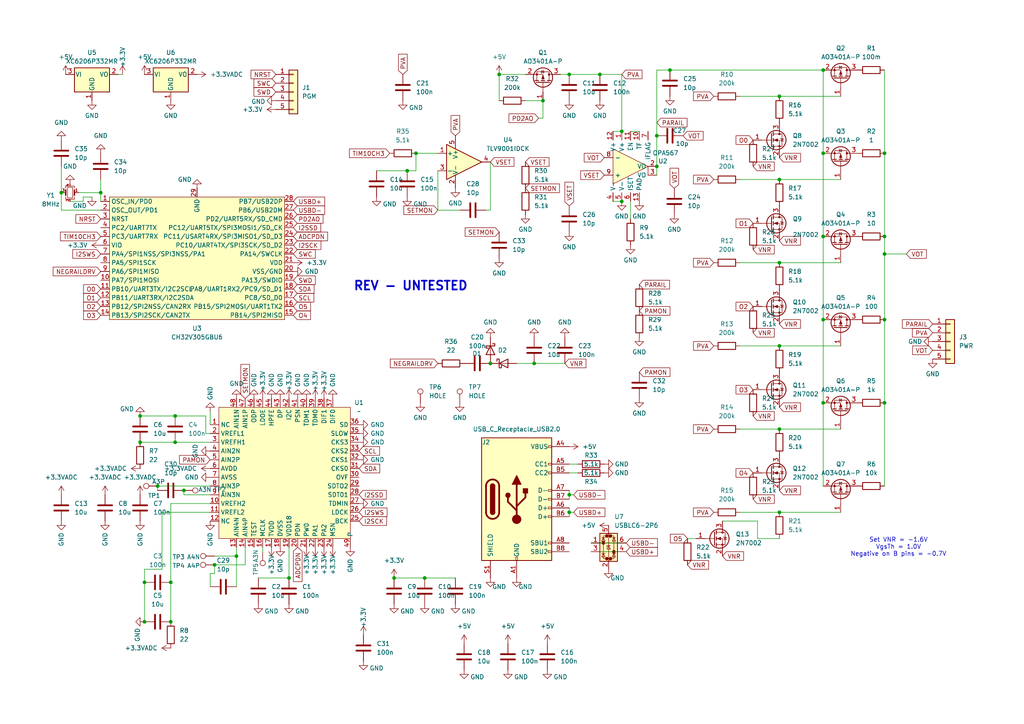
<source format=kicad_sch>
(kicad_sch (version 20250114) (generator "eeschema") (generator_version "9.0")
  (paper "A4")
  (text "REV - UNTESTED" (at 119.126 83.058 0) (effects (font (size 2.54 2.54) (thickness 0.508) (bold yes))))
  (text "Set VNR = -1.6V\nVgsTh = 1.0V\nNegative on B pins = -0.7V" (at 260.604 158.75 0) (effects (font (size 1.27 1.27))))
  (junction (at 142.24 105.41))
  (junction (at 49.53 168.91))
  (junction (at 226.06 52.07))
  (junction (at 83.82 167.64))
  (junction (at 17.78 55.88))
  (junction (at 120.65 44.45))
  (junction (at 256.54 44.45))
  (junction (at 190.5 39.37))
  (junction (at 226.06 27.94))
  (junction (at 40.64 128.27))
  (junction (at 50.8 128.27))
  (junction (at 238.76 20.32))
  (junction (at 114.3 167.64))
  (junction (at 118.11 49.53))
  (junction (at 238.76 92.71))
  (junction (at 165.1 148.59))
  (junction (at 165.1 21.59))
  (junction (at 68.58 161.29))
  (junction (at 41.91 180.34))
  (junction (at 256.54 116.84))
  (junction (at 40.64 120.65))
  (junction (at 165.1 143.51))
  (junction (at 53.34 142.24))
  (junction (at 256.54 92.71))
  (junction (at 180.34 58.42))
  (junction (at 154.94 105.41))
  (junction (at 180.34 38.1))
  (junction (at 50.8 120.65))
  (junction (at 29.21 55.88))
  (junction (at 190.5 48.26))
  (junction (at 238.76 44.45))
  (junction (at 238.76 68.58))
  (junction (at 226.06 124.46))
  (junction (at 238.76 116.84))
  (junction (at 226.06 148.59))
  (junction (at 226.06 100.33))
  (junction (at 226.06 76.2))
  (junction (at 45.72 140.97))
  (junction (at 256.54 73.66))
  (junction (at 194.31 20.32))
  (junction (at 157.48 29.21))
  (junction (at 49.53 180.34))
  (junction (at 144.78 21.59))
  (junction (at 123.19 167.64))
  (junction (at 62.23 163.83))
  (junction (at 173.99 21.59))
  (junction (at 41.91 168.91))
  (junction (at 256.54 68.58))
  (wire (pts (xy 226.06 124.46) (xy 243.84 124.46)))
  (wire (pts (xy 165.1 148.59) (xy 165.1 149.86)))
  (wire (pts (xy 171.45 160.02) (xy 181.61 160.02)))
  (wire (pts (xy 46.99 148.59) (xy 46.99 165.1)))
  (wire (pts (xy 219.71 151.13) (xy 219.71 156.21)))
  (wire (pts (xy 142.24 60.96) (xy 140.97 60.96)))
  (wire (pts (xy 190.5 39.37) (xy 190.5 48.26)))
  (wire (pts (xy 142.24 46.99) (xy 142.24 60.96)))
  (wire (pts (xy 209.55 151.13) (xy 219.71 151.13)))
  (wire (pts (xy 256.54 116.84) (xy 256.54 140.97)))
  (wire (pts (xy 180.34 21.59) (xy 180.34 38.1)))
  (wire (pts (xy 165.1 21.59) (xy 173.99 21.59)))
  (wire (pts (xy 114.3 167.64) (xy 123.19 167.64)))
  (wire (pts (xy 226.06 148.59) (xy 243.84 148.59)))
  (wire (pts (xy 46.99 165.1) (xy 41.91 165.1)))
  (wire (pts (xy 171.45 157.48) (xy 181.61 157.48)))
  (wire (pts (xy 152.4 29.21) (xy 157.48 29.21)))
  (wire (pts (xy 165.1 147.32) (xy 165.1 148.59)))
  (wire (pts (xy 190.5 20.32) (xy 190.5 39.37)))
  (wire (pts (xy 165.1 143.51) (xy 165.1 144.78)))
  (wire (pts (xy 76.2 160.02) (xy 76.2 158.75)))
  (wire (pts (xy 120.65 49.53) (xy 120.65 44.45)))
  (wire (pts (xy 24.13 58.42) (xy 20.32 58.42)))
  (wire (pts (xy 177.8 58.42) (xy 180.34 58.42)))
  (wire (pts (xy 238.76 116.84) (xy 238.76 140.97)))
  (wire (pts (xy 118.11 49.53) (xy 120.65 49.53)))
  (wire (pts (xy 60.96 119.38) (xy 60.96 123.19)))
  (wire (pts (xy 256.54 44.45) (xy 256.54 68.58)))
  (wire (pts (xy 24.13 57.15) (xy 24.13 58.42)))
  (wire (pts (xy 214.63 27.94) (xy 226.06 27.94)))
  (wire (pts (xy 156.21 34.29) (xy 157.48 34.29)))
  (wire (pts (xy 226.06 27.94) (xy 243.84 27.94)))
  (wire (pts (xy 214.63 100.33) (xy 226.06 100.33)))
  (wire (pts (xy 123.19 167.64) (xy 132.08 167.64)))
  (wire (pts (xy 29.21 52.07) (xy 29.21 55.88)))
  (wire (pts (xy 238.76 68.58) (xy 238.76 92.71)))
  (wire (pts (xy 256.54 68.58) (xy 256.54 73.66)))
  (wire (pts (xy 162.56 21.59) (xy 165.1 21.59)))
  (wire (pts (xy 62.23 161.29) (xy 68.58 161.29)))
  (wire (pts (xy 59.69 125.73) (xy 60.96 125.73)))
  (wire (pts (xy 256.54 92.71) (xy 256.54 116.84)))
  (wire (pts (xy 165.1 148.59) (xy 166.37 148.59)))
  (wire (pts (xy 120.65 44.45) (xy 127 44.45)))
  (wire (pts (xy 109.22 49.53) (xy 118.11 49.53)))
  (wire (pts (xy 214.63 148.59) (xy 226.06 148.59)))
  (wire (pts (xy 154.94 105.41) (xy 163.83 105.41)))
  (wire (pts (xy 68.58 161.29) (xy 68.58 158.75)))
  (wire (pts (xy 165.1 142.24) (xy 165.1 143.51)))
  (wire (pts (xy 214.63 52.07) (xy 226.06 52.07)))
  (wire (pts (xy 50.8 128.27) (xy 60.96 128.27)))
  (wire (pts (xy 133.35 60.96) (xy 127 60.96)))
  (wire (pts (xy 71.12 163.83) (xy 62.23 163.83)))
  (wire (pts (xy 71.12 158.75) (xy 71.12 163.83)))
  (wire (pts (xy 53.34 143.51) (xy 53.34 142.24)))
  (wire (pts (xy 165.1 143.51) (xy 166.37 143.51)))
  (wire (pts (xy 238.76 92.71) (xy 238.76 116.84)))
  (wire (pts (xy 144.78 21.59) (xy 144.78 29.21)))
  (wire (pts (xy 40.64 120.65) (xy 50.8 120.65)))
  (wire (pts (xy 173.99 21.59) (xy 180.34 21.59)))
  (wire (pts (xy 35.56 21.59) (xy 34.29 21.59)))
  (wire (pts (xy 26.67 57.15) (xy 24.13 57.15)))
  (wire (pts (xy 238.76 20.32) (xy 238.76 44.45)))
  (wire (pts (xy 219.71 156.21) (xy 226.06 156.21)))
  (wire (pts (xy 49.53 168.91) (xy 49.53 180.34)))
  (wire (pts (xy 50.8 120.65) (xy 59.69 120.65)))
  (wire (pts (xy 74.93 167.64) (xy 83.82 167.64)))
  (wire (pts (xy 144.78 21.59) (xy 152.4 21.59)))
  (wire (pts (xy 60.96 166.37) (xy 62.23 166.37)))
  (wire (pts (xy 190.5 20.32) (xy 194.31 20.32)))
  (wire (pts (xy 165.1 134.62) (xy 167.64 134.62)))
  (wire (pts (xy 59.69 120.65) (xy 59.69 125.73)))
  (wire (pts (xy 157.48 34.29) (xy 157.48 29.21)))
  (wire (pts (xy 83.82 158.75) (xy 83.82 167.64)))
  (wire (pts (xy 60.96 170.18) (xy 60.96 166.37)))
  (wire (pts (xy 182.88 38.1) (xy 185.42 38.1)))
  (wire (pts (xy 62.23 166.37) (xy 62.23 163.83)))
  (wire (pts (xy 17.78 48.26) (xy 17.78 55.88)))
  (wire (pts (xy 226.06 52.07) (xy 243.84 52.07)))
  (wire (pts (xy 256.54 20.32) (xy 256.54 44.45)))
  (wire (pts (xy 182.88 58.42) (xy 182.88 63.5)))
  (wire (pts (xy 226.06 100.33) (xy 243.84 100.33)))
  (wire (pts (xy 226.06 76.2) (xy 243.84 76.2)))
  (wire (pts (xy 68.58 161.29) (xy 68.58 170.18)))
  (wire (pts (xy 214.63 76.2) (xy 226.06 76.2)))
  (wire (pts (xy 29.21 55.88) (xy 22.86 55.88)))
  (wire (pts (xy 45.72 140.97) (xy 60.96 140.97)))
  (wire (pts (xy 256.54 73.66) (xy 256.54 92.71)))
  (wire (pts (xy 41.91 168.91) (xy 41.91 180.34)))
  (wire (pts (xy 49.53 146.05) (xy 49.53 168.91)))
  (wire (pts (xy 190.5 48.26) (xy 190.5 50.8)))
  (wire (pts (xy 154.94 105.41) (xy 149.86 105.41)))
  (wire (pts (xy 194.31 20.32) (xy 238.76 20.32)))
  (wire (pts (xy 29.21 58.42) (xy 29.21 55.88)))
  (wire (pts (xy 177.8 38.1) (xy 180.34 38.1)))
  (wire (pts (xy 46.99 148.59) (xy 60.96 148.59)))
  (wire (pts (xy 49.53 146.05) (xy 60.96 146.05)))
  (wire (pts (xy 256.54 73.66) (xy 262.89 73.66)))
  (wire (pts (xy 165.1 137.16) (xy 167.64 137.16)))
  (wire (pts (xy 127 60.96) (xy 127 49.53)))
  (wire (pts (xy 214.63 124.46) (xy 226.06 124.46)))
  (wire (pts (xy 29.21 60.96) (xy 17.78 60.96)))
  (wire (pts (xy 238.76 44.45) (xy 238.76 68.58)))
  (wire (pts (xy 41.91 165.1) (xy 41.91 168.91)))
  (wire (pts (xy 40.64 128.27) (xy 50.8 128.27)))
  (wire (pts (xy 45.72 140.97) (xy 45.72 142.24)))
  (wire (pts (xy 53.34 143.51) (xy 60.96 143.51)))
  (wire (pts (xy 199.39 156.21) (xy 201.93 156.21)))
  (wire (pts (xy 17.78 60.96) (xy 17.78 55.88)))
  (global_label "VNR" (shape input) (at 226.06 45.72 0) (property "Intersheetrefs" "${INTERSHEET_REFS}" (effects (hide yes))))
  (global_label "ADCPDN" (shape input) (at 85.09 68.58 0) (property "Intersheetrefs" "${INTERSHEET_REFS}" (effects (hide yes))))
  (global_label "VNR" (shape input) (at 226.06 69.85 0) (property "Intersheetrefs" "${INTERSHEET_REFS}" (effects (hide yes))))
  (global_label "PVA" (shape input) (at 132.08 39.37 90) (property "Intersheetrefs" "${INTERSHEET_REFS}" (effects (hide yes))))
  (global_label "O0" (shape input) (at 218.44 40.64 180) (property "Intersheetrefs" "${INTERSHEET_REFS}" (effects (hide yes))))
  (global_label "SETMON" (shape input) (at 144.78 67.31 180) (property "Intersheetrefs" "${INTERSHEET_REFS}" (effects (hide yes))))
  (global_label "O0" (shape input) (at 29.21 83.82 180) (property "Intersheetrefs" "${INTERSHEET_REFS}" (effects (hide yes))))
  (global_label "PVA" (shape input) (at 180.34 21.59 0) (property "Intersheetrefs" "${INTERSHEET_REFS}" (effects (hide yes))))
  (global_label "I2SWS" (shape input) (at 29.21 73.66 180) (property "Intersheetrefs" "${INTERSHEET_REFS}" (effects (hide yes))))
  (global_label "O1" (shape input) (at 29.21 86.36 180) (property "Intersheetrefs" "${INTERSHEET_REFS}" (effects (hide yes))))
  (global_label "SCL" (shape input) (at 85.09 86.36 0) (property "Intersheetrefs" "${INTERSHEET_REFS}" (effects (hide yes))))
  (global_label "O3" (shape input) (at 29.21 91.44 180) (property "Intersheetrefs" "${INTERSHEET_REFS}" (effects (hide yes))))
  (global_label "O4" (shape input) (at 218.44 137.16 180) (property "Intersheetrefs" "${INTERSHEET_REFS}" (effects (hide yes))))
  (global_label "VOT" (shape input) (at 270.51 101.6 180) (property "Intersheetrefs" "${INTERSHEET_REFS}" (effects (hide yes))))
  (global_label "O5" (shape input) (at 85.09 88.9 0) (property "Intersheetrefs" "${INTERSHEET_REFS}" (effects (hide yes))))
  (global_label "O4" (shape input) (at 85.09 91.44 0) (property "Intersheetrefs" "${INTERSHEET_REFS}" (effects (hide yes))))
  (global_label "NEGRAILDRV" (shape input) (at 127 105.41 180) (property "Intersheetrefs" "${INTERSHEET_REFS}" (effects (hide yes))))
  (global_label "PVA" (shape input) (at 207.01 52.07 180) (property "Intersheetrefs" "${INTERSHEET_REFS}" (effects (hide yes))))
  (global_label "VSET" (shape input) (at 142.24 46.99 0) (property "Intersheetrefs" "${INTERSHEET_REFS}" (effects (hide yes))))
  (global_label "I2SCK" (shape input) (at 104.14 151.13 0) (property "Intersheetrefs" "${INTERSHEET_REFS}" (effects (hide yes))))
  (global_label "USBD+" (shape input) (at 166.37 148.59 0) (property "Intersheetrefs" "${INTERSHEET_REFS}" (effects (hide yes))))
  (global_label "SETMON" (shape input) (at 127 60.96 180) (property "Intersheetrefs" "${INTERSHEET_REFS}" (effects (hide yes))))
  (global_label "PAMON" (shape input) (at 60.96 133.35 180) (property "Intersheetrefs" "${INTERSHEET_REFS}" (effects (hide yes))))
  (global_label "VNR" (shape input) (at 226.06 118.11 0) (property "Intersheetrefs" "${INTERSHEET_REFS}" (effects (hide yes))))
  (global_label "SETMON" (shape input) (at 71.12 115.57 90) (property "Intersheetrefs" "${INTERSHEET_REFS}" (effects (hide yes))))
  (global_label "O5" (shape input) (at 199.39 156.21 180) (property "Intersheetrefs" "${INTERSHEET_REFS}" (effects (hide yes))))
  (global_label "VNR" (shape input) (at 226.06 142.24 0) (property "Intersheetrefs" "${INTERSHEET_REFS}" (effects (hide yes))))
  (global_label "USBD-" (shape input) (at 85.09 60.96 0) (property "Intersheetrefs" "${INTERSHEET_REFS}" (effects (hide yes))))
  (global_label "PARAIL" (shape input) (at 190.5 35.56 0) (property "Intersheetrefs" "${INTERSHEET_REFS}" (effects (hide yes))))
  (global_label "PARAIL" (shape input) (at 185.42 82.55 0) (property "Intersheetrefs" "${INTERSHEET_REFS}" (effects (hide yes))))
  (global_label "SDA" (shape input) (at 104.14 135.89 0) (property "Intersheetrefs" "${INTERSHEET_REFS}" (effects (hide yes))))
  (global_label "VSET" (shape input) (at 165.1 59.69 90) (property "Intersheetrefs" "${INTERSHEET_REFS}" (effects (hide yes))))
  (global_label "PD2AO" (shape input) (at 156.21 34.29 180) (property "Intersheetrefs" "${INTERSHEET_REFS}" (effects (hide yes))))
  (global_label "VNR" (shape input) (at 218.44 96.52 0) (property "Intersheetrefs" "${INTERSHEET_REFS}" (effects (hide yes))))
  (global_label "I2SSD" (shape input) (at 85.09 66.04 0) (property "Intersheetrefs" "${INTERSHEET_REFS}" (effects (hide yes))))
  (global_label "VNR" (shape input) (at 218.44 48.26 0) (property "Intersheetrefs" "${INTERSHEET_REFS}" (effects (hide yes))))
  (global_label "SWC" (shape input) (at 85.09 73.66 0) (property "Intersheetrefs" "${INTERSHEET_REFS}" (effects (hide yes))))
  (global_label "VNR" (shape input) (at 218.44 144.78 0) (property "Intersheetrefs" "${INTERSHEET_REFS}" (effects (hide yes))))
  (global_label "I2SSD" (shape input) (at 104.14 143.51 0) (property "Intersheetrefs" "${INTERSHEET_REFS}" (effects (hide yes))))
  (global_label "PD2AO" (shape input) (at 85.09 63.5 0) (property "Intersheetrefs" "${INTERSHEET_REFS}" (effects (hide yes))))
  (global_label "SWD" (shape input) (at 80.01 26.67 180) (property "Intersheetrefs" "${INTERSHEET_REFS}" (effects (hide yes))))
  (global_label "PARAIL" (shape input) (at 270.51 93.98 180) (property "Intersheetrefs" "${INTERSHEET_REFS}" (effects (hide yes))))
  (global_label "I2SCK" (shape input) (at 85.09 71.12 0) (property "Intersheetrefs" "${INTERSHEET_REFS}" (effects (hide yes))))
  (global_label "VNR" (shape input) (at 199.39 163.83 0) (property "Intersheetrefs" "${INTERSHEET_REFS}" (effects (hide yes))))
  (global_label "PVA" (shape input) (at 207.01 27.94 180) (property "Intersheetrefs" "${INTERSHEET_REFS}" (effects (hide yes))))
  (global_label "VNR" (shape input) (at 163.83 105.41 0) (property "Intersheetrefs" "${INTERSHEET_REFS}" (effects (hide yes))))
  (global_label "VNR" (shape input) (at 209.55 161.29 0) (property "Intersheetrefs" "${INTERSHEET_REFS}" (effects (hide yes))))
  (global_label "NEGRAILDRV" (shape input) (at 29.21 78.74 180) (property "Intersheetrefs" "${INTERSHEET_REFS}" (effects (hide yes))))
  (global_label "VOT" (shape input) (at 262.89 73.66 0) (property "Intersheetrefs" "${INTERSHEET_REFS}" (effects (hide yes))))
  (global_label "PVA" (shape input) (at 207.01 124.46 180) (property "Intersheetrefs" "${INTERSHEET_REFS}" (effects (hide yes))))
  (global_label "PVA" (shape input) (at 270.51 96.52 180) (property "Intersheetrefs" "${INTERSHEET_REFS}" (effects (hide yes))))
  (global_label "USBD-" (shape input) (at 166.37 143.51 0) (property "Intersheetrefs" "${INTERSHEET_REFS}" (effects (hide yes))))
  (global_label "SETMON" (shape input) (at 152.4 54.61 0) (property "Intersheetrefs" "${INTERSHEET_REFS}" (effects (hide yes))))
  (global_label "VOT" (shape input) (at 198.12 39.37 0) (property "Intersheetrefs" "${INTERSHEET_REFS}" (effects (hide yes))))
  (global_label "O2" (shape input) (at 218.44 88.9 180) (property "Intersheetrefs" "${INTERSHEET_REFS}" (effects (hide yes))))
  (global_label "O2" (shape input) (at 29.21 88.9 180) (property "Intersheetrefs" "${INTERSHEET_REFS}" (effects (hide yes))))
  (global_label "USBD+" (shape input) (at 181.61 160.02 0) (property "Intersheetrefs" "${INTERSHEET_REFS}" (effects (hide yes))))
  (global_label "NRST" (shape input) (at 29.21 63.5 180) (property "Intersheetrefs" "${INTERSHEET_REFS}" (effects (hide yes))))
  (global_label "SCL" (shape input) (at 104.14 130.81 0) (property "Intersheetrefs" "${INTERSHEET_REFS}" (effects (hide yes))))
  (global_label "I2SWS" (shape input) (at 104.14 148.59 0) (property "Intersheetrefs" "${INTERSHEET_REFS}" (effects (hide yes))))
  (global_label "SWD" (shape input) (at 85.09 81.28 0) (property "Intersheetrefs" "${INTERSHEET_REFS}" (effects (hide yes))))
  (global_label "ADCPDN" (shape input) (at 86.36 158.75 270) (property "Intersheetrefs" "${INTERSHEET_REFS}" (effects (hide yes))))
  (global_label "PVA" (shape input) (at 116.84 21.59 90) (property "Intersheetrefs" "${INTERSHEET_REFS}" (effects (hide yes))))
  (global_label "VOT" (shape input) (at 195.58 54.61 90) (property "Intersheetrefs" "${INTERSHEET_REFS}" (effects (hide yes))))
  (global_label "NRST" (shape input) (at 80.01 21.59 180) (property "Intersheetrefs" "${INTERSHEET_REFS}" (effects (hide yes))))
  (global_label "SDA" (shape input) (at 85.09 83.82 0) (property "Intersheetrefs" "${INTERSHEET_REFS}" (effects (hide yes))))
  (global_label "O3" (shape input) (at 218.44 113.03 180) (property "Intersheetrefs" "${INTERSHEET_REFS}" (effects (hide yes))))
  (global_label "TIM10CH3" (shape input) (at 29.21 68.58 180) (property "Intersheetrefs" "${INTERSHEET_REFS}" (effects (hide yes))))
  (global_label "VSET" (shape input) (at 152.4 46.99 0) (property "Intersheetrefs" "${INTERSHEET_REFS}" (effects (hide yes))))
  (global_label "PAMON" (shape input) (at 185.42 90.17 0) (property "Intersheetrefs" "${INTERSHEET_REFS}" (effects (hide yes))))
  (global_label "PVA" (shape input) (at 207.01 76.2 180) (property "Intersheetrefs" "${INTERSHEET_REFS}" (effects (hide yes))))
  (global_label "VNR" (shape input) (at 218.44 72.39 0) (property "Intersheetrefs" "${INTERSHEET_REFS}" (effects (hide yes))))
  (global_label "USBD-" (shape input) (at 181.61 157.48 0) (property "Intersheetrefs" "${INTERSHEET_REFS}" (effects (hide yes))))
  (global_label "O1" (shape input) (at 218.44 64.77 180) (property "Intersheetrefs" "${INTERSHEET_REFS}" (effects (hide yes))))
  (global_label "TIM10CH3" (shape input) (at 113.03 44.45 180) (property "Intersheetrefs" "${INTERSHEET_REFS}" (effects (hide yes))))
  (global_label "PAMON" (shape input) (at 185.42 107.95 0) (property "Intersheetrefs" "${INTERSHEET_REFS}" (effects (hide yes))))
  (global_label "VOT" (shape input) (at 175.26 45.72 180) (property "Intersheetrefs" "${INTERSHEET_REFS}" (effects (hide yes))))
  (global_label "VNR" (shape input) (at 226.06 93.98 0) (property "Intersheetrefs" "${INTERSHEET_REFS}" (effects (hide yes))))
  (global_label "VSET" (shape input) (at 175.26 50.8 180) (property "Intersheetrefs" "${INTERSHEET_REFS}" (effects (hide yes))))
  (global_label "SWC" (shape input) (at 80.01 24.13 180) (property "Intersheetrefs" "${INTERSHEET_REFS}" (effects (hide yes))))
  (global_label "VNR" (shape input) (at 218.44 120.65 0) (property "Intersheetrefs" "${INTERSHEET_REFS}" (effects (hide yes))))
  (global_label "PVA" (shape input) (at 207.01 148.59 180) (property "Intersheetrefs" "${INTERSHEET_REFS}" (effects (hide yes))))
  (global_label "PVA" (shape input) (at 207.01 100.33 180) (property "Intersheetrefs" "${INTERSHEET_REFS}" (effects (hide yes))))
  (global_label "USBD+" (shape input) (at 85.09 58.42 0) (property "Intersheetrefs" "${INTERSHEET_REFS}" (effects (hide yes))))
  (symbol (lib_id "Device:R") (at 226.06 80.01 0) (unit 1)
    (property "Reference" "R18" (at 228.6 78.7399 0) (effects (justify left)))
    (property "Value" "5.1k" (at 228.6 81.2799 0) (effects (justify left)))
    (property "Footprint" "cnhardware:R_0402_1005Metric_COMPACT" (effects (hide yes)))
    (property "Description" "Resistor" (effects (hide yes)))
    (property "LCSC" "C25905" (effects (hide yes)))
  )
  (symbol (lib_id "Device:R") (at 210.82 124.46 90) (unit 1)
    (property "Reference" "R14" (at 210.82 118.11 90))
    (property "Value" "200k" (at 210.82 120.65 90))
    (property "Footprint" "cnhardware:R_0402_1005Metric_COMPACT" (effects (hide yes)))
    (property "Description" "Resistor" (effects (hide yes)))
    (property "LCSC" "C25764" (effects (hide yes)))
  )
  (symbol (lib_id "power:GND") (at 142.24 167.64 0) (unit 1)
    (property "Reference" "#PWR057" (effects (hide yes)))
    (property "Value" "GND" (at 144.78 170.18 0))
  )
  (symbol (lib_id "cnhardware:AK5534") (at 82.55 137.16 0) (unit 1)
    (property "Reference" "U1" (at 104.14 116.7698 0))
    (property "Value" "~" (at 104.14 119.3098 0))
    (property "Footprint" "Package_DFN_QFN:QFN-48-1EP_7x7mm_P0.5mm_EP5.1x5.1mm" (effects (hide yes)))
    (property "LCSC" "C2667243" (effects (hide yes)))
  )
  (symbol (lib_id "Device:C") (at 109.22 53.34 0) (unit 1)
    (property "Reference" "C14" (at 113.03 52.0699 0) (effects (justify left)))
    (property "Value" "10u" (at 113.03 54.6099 0) (effects (justify left)))
    (property "Footprint" "Capacitor_SMD:C_0603_1608Metric" (effects (hide yes)))
    (property "Description" "Unpolarized capacitor" (effects (hide yes)))
    (property "LCSC" "C19702" (effects (hide yes)))
  )
  (symbol (lib_id "Device:Q_PMOS_GSD") (at 157.48 24.13 270) (mirror x) (unit 1)
    (property "Reference" "Q1" (at 157.48 15.24 90))
    (property "Value" "AO3401A-P" (at 157.48 17.78 90))
    (property "Footprint" "Package_TO_SOT_SMD:SOT-23" (effects (hide yes)))
    (property "Description" "P-MOSFET transistor, gate/source/drain" (effects (hide yes)))
    (property "LCSC" "C15127" (effects (hide yes)))
  )
  (symbol (lib_id "power:GND") (at 175.26 137.16 90) (unit 1)
    (property "Reference" "#PWR060" (effects (hide yes)))
    (property "Value" "GND" (at 180.34 137.16 90))
  )
  (symbol (lib_id "Device:R") (at 252.73 44.45 90) (unit 1)
    (property "Reference" "R2" (at 252.73 38.1 90))
    (property "Value" "1" (at 252.73 40.64 90))
    (property "Footprint" "Resistor_SMD:R_1206_3216Metric" (effects (hide yes)))
    (property "Description" "Resistor" (effects (hide yes)))
    (property "LCSC" "C17928" (effects (hide yes)))
  )
  (symbol (lib_id "power:GND") (at 152.4 62.23 0) (unit 1)
    (property "Reference" "#PWR053" (effects (hide yes)))
    (property "Value" "GND" (at 152.4 66.548 0))
    (property "Description" "Power symbol creates a global label with name \"GND\" , ground" (effects (hide yes)))
  )
  (symbol (lib_id "Device:Q_PMOS_GSD") (at 243.84 22.86 270) (mirror x) (unit 1)
    (property "Reference" "Q2" (at 243.84 13.97 90))
    (property "Value" "AO3401A-P" (at 243.84 16.51 90))
    (property "Footprint" "Package_TO_SOT_SMD:SOT-23" (effects (hide yes)))
    (property "Description" "P-MOSFET transistor, gate/source/drain" (effects (hide yes)))
    (property "LCSC" "C15127" (effects (hide yes)))
  )
  (symbol (lib_id "Device:R") (at 210.82 52.07 90) (unit 1)
    (property "Reference" "R11" (at 210.82 45.72 90))
    (property "Value" "200k" (at 210.82 48.26 90))
    (property "Footprint" "cnhardware:R_0402_1005Metric_COMPACT" (effects (hide yes)))
    (property "Description" "Resistor" (effects (hide yes)))
    (property "LCSC" "C25764" (effects (hide yes)))
  )
  (symbol (lib_id "Device:C") (at 45.72 180.34 90) (unit 1)
    (property "Reference" "C5" (at 45.72 172.72 90))
    (property "Value" "10u" (at 45.72 175.26 90))
    (property "Footprint" "Capacitor_SMD:C_0603_1608Metric" (effects (hide yes)))
    (property "Description" "Unpolarized capacitor" (effects (hide yes)))
    (property "LCSC" "C19702" (effects (hide yes)))
  )
  (symbol (lib_id "power:GND") (at 101.6 158.75 0) (unit 1)
    (property "Reference" "#PWR011" (effects (hide yes)))
    (property "Value" "GND" (at 101.6 164.084 90))
    (property "Description" "Power symbol creates a global label with name \"GND\" , ground" (effects (hide yes)))
  )
  (symbol (lib_id "Device:C") (at 29.21 48.26 180) (unit 1)
    (property "Reference" "C34" (at 33.02 46.9899 0) (effects (justify right)))
    (property "Value" "10p" (at 33.02 49.5299 0) (effects (justify right)))
    (property "Footprint" "Capacitor_SMD:C_0402_1005Metric" (effects (hide yes)))
    (property "Description" "Unpolarized capacitor" (effects (hide yes)))
    (property "LCSC" "C32949" (effects (hide yes)))
  )
  (symbol (lib_id "Device:C") (at 154.94 101.6 0) (unit 1)
    (property "Reference" "C22" (at 158.75 100.3299 0) (effects (justify left)))
    (property "Value" "10u" (at 158.75 102.8699 0) (effects (justify left)))
    (property "Footprint" "Capacitor_SMD:C_0603_1608Metric" (effects (hide yes)))
    (property "Description" "Unpolarized capacitor" (effects (hide yes)))
    (property "LCSC" "C19702" (effects (hide yes)))
  )
  (symbol (lib_id "power:GND") (at 165.1 67.31 0) (unit 1)
    (property "Reference" "#PWR087" (effects (hide yes)))
    (property "Value" "GND" (at 165.1 71.628 0))
    (property "Description" "Power symbol creates a global label with name \"GND\" , ground" (effects (hide yes)))
  )
  (symbol (lib_id "power:GND") (at 142.24 97.79 180) (unit 1)
    (property "Reference" "#PWR082" (effects (hide yes)))
    (property "Value" "GND" (at 142.24 93.472 0))
    (property "Description" "Power symbol creates a global label with name \"GND\" , ground" (effects (hide yes)))
  )
  (symbol (lib_id "power:GND") (at 182.88 71.12 0) (unit 1)
    (property "Reference" "#PWR031" (effects (hide yes)))
    (property "Value" "GND" (at 182.88 75.438 0))
    (property "Description" "Power symbol creates a global label with name \"GND\" , ground" (effects (hide yes)))
  )
  (symbol (lib_id "Device:R") (at 116.84 44.45 90) (unit 1)
    (property "Reference" "R35" (at 116.84 38.1 90))
    (property "Value" "5.1k" (at 116.84 40.64 90))
    (property "Footprint" "cnhardware:R_0402_1005Metric_COMPACT" (effects (hide yes)))
    (property "Description" "Resistor" (effects (hide yes)))
    (property "LCSC" "C25905" (effects (hide yes)))
  )
  (symbol (lib_id "Device:R") (at 40.64 132.08 180) (unit 1)
    (property "Reference" "R7" (at 43.18 130.8099 0) (effects (justify right)))
    (property "Value" "22" (at 43.18 133.3499 0) (effects (justify right)))
    (property "Footprint" "cnhardware:R_0402_1005Metric_COMPACT" (effects (hide yes)))
    (property "Description" "Resistor" (effects (hide yes)))
    (property "LCSC" "C25092" (effects (hide yes)))
  )
  (symbol (lib_id "Device:R") (at 130.81 105.41 270) (unit 1)
    (property "Reference" "R36" (at 130.81 99.06 90))
    (property "Value" "22" (at 130.81 101.6 90))
    (property "Footprint" "cnhardware:R_0402_1005Metric_COMPACT" (effects (hide yes)))
    (property "Description" "Resistor" (effects (hide yes)))
    (property "LCSC" "C25092" (effects (hide yes)))
  )
  (symbol (lib_id "power:+5V") (at 147.32 186.69 0) (unit 1)
    (property "Reference" "#PWR075" (effects (hide yes)))
    (property "Value" "+5V" (at 147.32 181.61 0))
    (property "Description" "Power symbol creates a global label with name \"+5V\"" (effects (hide yes)))
  )
  (symbol (lib_id "Device:R") (at 218.44 44.45 0) (unit 1)
    (property "Reference" "R27" (at 220.98 43.1799 0) (effects (justify left)))
    (property "Value" "5.1k" (at 220.98 45.7199 0) (effects (justify left)))
    (property "Footprint" "cnhardware:R_0402_1005Metric_COMPACT" (effects (hide yes)))
    (property "Description" "Resistor" (effects (hide yes)))
    (property "LCSC" "C25905" (effects (hide yes)))
  )
  (symbol (lib_id "Device:C") (at 105.41 187.96 0) (unit 1)
    (property "Reference" "C31" (at 109.22 186.6899 0) (effects (justify left)))
    (property "Value" "100n" (at 109.22 189.2299 0) (effects (justify left)))
    (property "Footprint" "Capacitor_SMD:C_0402_1005Metric" (effects (hide yes)))
    (property "Description" "Unpolarized capacitor" (effects (hide yes)))
    (property "LCSC" "C1525" (effects (hide yes)))
  )
  (symbol (lib_id "Device:Q_PMOS_GSD") (at 243.84 119.38 270) (mirror x) (unit 1)
    (property "Reference" "Q6" (at 243.84 110.49 90))
    (property "Value" "AO3401A-P" (at 243.84 113.03 90))
    (property "Footprint" "Package_TO_SOT_SMD:SOT-23" (effects (hide yes)))
    (property "Description" "P-MOSFET transistor, gate/source/drain" (effects (hide yes)))
    (property "LCSC" "C15127" (effects (hide yes)))
  )
  (symbol (lib_id "Device:C") (at 144.78 71.12 0) (unit 1)
    (property "Reference" "C33" (at 148.59 69.8499 0) (effects (justify left)))
    (property "Value" "10p" (at 148.59 72.3899 0) (effects (justify left)))
    (property "Footprint" "Capacitor_SMD:C_0402_1005Metric" (effects (hide yes)))
    (property "Description" "Unpolarized capacitor" (effects (hide yes)))
    (property "LCSC" "C32949" (effects (hide yes)))
  )
  (symbol (lib_id "Device:Q_NMOS_GSD") (at 223.52 88.9 0) (unit 1)
    (property "Reference" "Q10" (at 229.87 87.6299 0) (effects (justify left)))
    (property "Value" "2N7002" (at 229.87 90.1699 0) (effects (justify left)))
    (property "Footprint" "Package_TO_SOT_SMD:SOT-23" (effects (hide yes)))
    (property "Description" "N-MOSFET transistor, gate/source/drain" (effects (hide yes)))
    (property "LCSC" "C8545" (effects (hide yes)))
  )
  (symbol (lib_id "power:+3.3VADC") (at 40.64 143.51 0) (unit 1)
    (property "Reference" "#PWR040" (effects (hide yes)))
    (property "Value" "+3.3VADC" (at 40.64 138.43 0))
    (property "Description" "Power symbol creates a global label with name \"+3.3VADC\"" (effects (hide yes)))
  )
  (symbol (lib_id "Device:R") (at 252.73 116.84 90) (unit 1)
    (property "Reference" "R5" (at 252.73 110.49 90))
    (property "Value" "1k" (at 252.73 113.03 90))
    (property "Footprint" "Resistor_SMD:R_1206_3216Metric" (effects (hide yes)))
    (property "Description" "Resistor" (effects (hide yes)))
    (property "LCSC" "C4410" (effects (hide yes)))
  )
  (symbol (lib_id "Device:C") (at 116.84 25.4 0) (unit 1)
    (property "Reference" "C21" (at 120.65 24.1299 0) (effects (justify left)))
    (property "Value" "100n" (at 120.65 26.6699 0) (effects (justify left)))
    (property "Footprint" "Capacitor_SMD:C_0402_1005Metric" (effects (hide yes)))
    (property "Description" "Unpolarized capacitor" (effects (hide yes)))
    (property "LCSC" "C1525" (effects (hide yes)))
  )
  (symbol (lib_id "power:GND") (at 40.64 120.65 180) (unit 1)
    (property "Reference" "#PWR089" (effects (hide yes)))
    (property "Value" "GND" (at 36.83 118.618 0))
    (property "Description" "Power symbol creates a global label with name \"GND\" , ground" (effects (hide yes)))
  )
  (symbol (lib_id "power:GND") (at 158.75 194.31 0) (unit 1)
    (property "Reference" "#PWR074" (effects (hide yes)))
    (property "Value" "GND" (at 162.56 196.342 0))
    (property "Description" "Power symbol creates a global label with name \"GND\" , ground" (effects (hide yes)))
  )
  (symbol (lib_id "Device:C") (at 194.31 39.37 90) (unit 1)
    (property "Reference" "C27" (at 197.104 37.846 90))
    (property "Value" "10p" (at 197.866 41.656 90))
    (property "Footprint" "Capacitor_SMD:C_0402_1005Metric" (effects (hide yes)))
    (property "Description" "Unpolarized capacitor" (effects (hide yes)))
    (property "LCSC" "C32949" (effects (hide yes)))
  )
  (symbol (lib_id "power:GND") (at 270.51 104.14 0) (unit 1)
    (property "Reference" "#PWR054" (effects (hide yes)))
    (property "Value" "GND" (at 270.51 108.458 0))
    (property "Description" "Power symbol creates a global label with name \"GND\" , ground" (effects (hide yes)))
  )
  (symbol (lib_id "Device:R") (at 182.88 67.31 0) (unit 1)
    (property "Reference" "R9" (at 185.42 66.0399 0) (effects (justify left)))
    (property "Value" "5.1k" (at 185.42 68.5799 0) (effects (justify left)))
    (property "Footprint" "cnhardware:R_0402_1005Metric_COMPACT" (effects (hide yes)))
    (property "Description" "Resistor" (effects (hide yes)))
    (property "LCSC" "C25905" (effects (hide yes)))
  )
  (symbol (lib_id "Device:R") (at 252.73 20.32 90) (unit 1)
    (property "Reference" "R1" (at 252.73 13.97 90))
    (property "Value" "100m" (at 252.73 16.51 90))
    (property "Footprint" "Resistor_SMD:R_1206_3216Metric" (effects (hide yes)))
    (property "Description" "Resistor" (effects (hide yes)))
    (property "LCSC" "C25334" (effects (hide yes)))
  )
  (symbol (lib_id "power:+5V") (at 134.62 186.69 0) (unit 1)
    (property "Reference" "#PWR077" (effects (hide yes)))
    (property "Value" "+5V" (at 134.62 181.61 0))
    (property "Description" "Power symbol creates a global label with name \"+5V\"" (effects (hide yes)))
  )
  (symbol (lib_id "Device:R") (at 152.4 58.42 0) (unit 1)
    (property "Reference" "R31" (at 154.94 57.1499 0) (effects (justify left)))
    (property "Value" "5.1k" (at 154.94 59.6899 0) (effects (justify left)))
    (property "Footprint" "cnhardware:R_0402_1005Metric_COMPACT" (effects (hide yes)))
    (property "Description" "Resistor" (effects (hide yes)))
    (property "LCSC" "C25905" (effects (hide yes)))
  )
  (symbol (lib_id "power:GND") (at 185.42 58.42 0) (unit 1)
    (property "Reference" "#PWR07" (effects (hide yes)))
    (property "Value" "GND" (at 185.42 62.738 0))
    (property "Description" "Power symbol creates a global label with name \"GND\" , ground" (effects (hide yes)))
  )
  (symbol (lib_id "Device:R") (at 171.45 137.16 90) (unit 1)
    (property "Reference" "R34" (at 171.45 139.7 90))
    (property "Value" "5.1k" (at 171.45 137.16 90))
    (property "Footprint" "Resistor_SMD:R_0402_1005Metric" (effects (hide yes)))
    (property "LCSC" "C105872" (effects (hide yes)))
  )
  (symbol (lib_id "Device:R") (at 210.82 148.59 90) (unit 1)
    (property "Reference" "R15" (at 210.82 142.24 90))
    (property "Value" "200k" (at 210.82 144.78 90))
    (property "Footprint" "cnhardware:R_0402_1005Metric_COMPACT" (effects (hide yes)))
    (property "Description" "Resistor" (effects (hide yes)))
    (property "LCSC" "C25764" (effects (hide yes)))
  )
  (symbol (lib_id "Connector:TestPoint") (at 133.35 116.84 0) (unit 1) (in_bom no)
    (property "Reference" "TP7" (at 135.89 112.2679 0) (effects (justify left)))
    (property "Value" "HOLE" (at 135.89 114.8079 0) (effects (justify left)))
    (property "Footprint" "MountingHole:MountingHole_3.2mm_M3_Pad_Via" (effects (hide yes)))
    (property "Description" "test point" (effects (hide yes)))
  )
  (symbol (lib_id "Device:R") (at 226.06 55.88 0) (unit 1)
    (property "Reference" "R17" (at 228.6 54.6099 0) (effects (justify left)))
    (property "Value" "5.1k" (at 228.6 57.1499 0) (effects (justify left)))
    (property "Footprint" "cnhardware:R_0402_1005Metric_COMPACT" (effects (hide yes)))
    (property "Description" "Resistor" (effects (hide yes)))
    (property "LCSC" "C25905" (effects (hide yes)))
  )
  (symbol (lib_id "power:+3.3V") (at 88.9 158.75 180) (unit 1)
    (property "Reference" "#PWR037" (effects (hide yes)))
    (property "Value" "+3.3V" (at 88.9 163.83 90))
    (property "Description" "Power symbol creates a global label with name \"+3.3V\"" (effects (hide yes)))
  )
  (symbol (lib_id "power:+3.3VADC") (at 40.64 135.89 90) (unit 1)
    (property "Reference" "#PWR038" (effects (hide yes)))
    (property "Value" "+3.3VADC" (at 36.83 135.8899 90) (effects (justify left)))
    (property "Description" "Power symbol creates a global label with name \"+3.3VADC\"" (effects (hide yes)))
  )
  (symbol (lib_id "Device:C") (at 118.11 53.34 0) (unit 1)
    (property "Reference" "C15" (at 121.92 52.0699 0) (effects (justify left)))
    (property "Value" "100n" (at 121.92 54.6099 0) (effects (justify left)))
    (property "Footprint" "Capacitor_SMD:C_0402_1005Metric" (effects (hide yes)))
    (property "Description" "Unpolarized capacitor" (effects (hide yes)))
    (property "LCSC" "C1525" (effects (hide yes)))
  )
  (symbol (lib_id "Device:R") (at 185.42 93.98 0) (unit 1)
    (property "Reference" "R29" (at 187.96 92.7099 0) (effects (justify left)))
    (property "Value" "5.1k" (at 187.96 95.2499 0) (effects (justify left)))
    (property "Footprint" "cnhardware:R_0402_1005Metric_COMPACT" (effects (hide yes)))
    (property "Description" "Resistor" (effects (hide yes)))
    (property "LCSC" "C25905" (effects (hide yes)))
  )
  (symbol (lib_id "power:+5V") (at 176.53 152.4 90) (unit 1)
    (property "Reference" "#PWR098" (effects (hide yes)))
    (property "Value" "+5V" (at 172.72 152.3999 90) (effects (justify left)))
    (property "Description" "Power symbol creates a global label with name \"+5V\"" (effects (hide yes)))
  )
  (symbol (lib_id "Device:C") (at 158.75 190.5 0) (unit 1)
    (property "Reference" "C16" (at 162.56 189.2299 0) (effects (justify left)))
    (property "Value" "100n" (at 162.56 191.7699 0) (effects (justify left)))
    (property "Footprint" "Capacitor_SMD:C_0402_1005Metric" (effects (hide yes)))
    (property "Description" "Unpolarized capacitor" (effects (hide yes)))
    (property "LCSC" "C1525" (effects (hide yes)))
  )
  (symbol (lib_id "Device:C") (at 74.93 171.45 0) (unit 1)
    (property "Reference" "C2" (at 78.74 170.1799 0) (effects (justify left)))
    (property "Value" "10u" (at 78.74 172.7199 0) (effects (justify left)))
    (property "Footprint" "Capacitor_SMD:C_0603_1608Metric" (effects (hide yes)))
    (property "Description" "Unpolarized capacitor" (effects (hide yes)))
    (property "LCSC" "C19702" (effects (hide yes)))
  )
  (symbol (lib_id "Connector:TestPoint") (at 53.34 142.24 270) (unit 1)
    (property "Reference" "TP2" (at 63.754 141.986 90))
    (property "Value" "A3N" (at 59.436 141.986 90))
    (property "Footprint" "TestPoint:TestPoint_Pad_D1.5mm" (effects (hide yes)))
    (property "Description" "test point" (effects (hide yes)))
  )
  (symbol (lib_id "Device:R") (at 252.73 68.58 90) (unit 1)
    (property "Reference" "R3" (at 252.73 62.23 90))
    (property "Value" "10" (at 252.73 64.77 90))
    (property "Footprint" "Resistor_SMD:R_1206_3216Metric" (effects (hide yes)))
    (property "Description" "Resistor" (effects (hide yes)))
    (property "LCSC" "C17903" (effects (hide yes)))
  )
  (symbol (lib_id "Device:C") (at 138.43 105.41 90) (unit 1)
    (property "Reference" "C20" (at 138.43 97.79 90))
    (property "Value" "100n" (at 138.43 100.33 90))
    (property "Footprint" "Capacitor_SMD:C_0402_1005Metric" (effects (hide yes)))
    (property "Description" "Unpolarized capacitor" (effects (hide yes)))
    (property "LCSC" "C1525" (effects (hide yes)))
  )
  (symbol (lib_id "Device:R") (at 148.59 29.21 90) (unit 1)
    (property "Reference" "R32" (at 148.59 22.86 90))
    (property "Value" "200k" (at 148.59 25.4 90))
    (property "Footprint" "cnhardware:R_0402_1005Metric_COMPACT" (effects (hide yes)))
    (property "Description" "Resistor" (effects (hide yes)))
    (property "LCSC" "C25764" (effects (hide yes)))
  )
  (symbol (lib_id "Power_Protection:USBLC6-2P6") (at 176.53 157.48 0) (unit 1)
    (property "Reference" "U7" (at 178.1811 149.86 0) (effects (justify left)))
    (property "Value" "USBLC6-2P6" (at 178.1811 152.4 0) (effects (justify left)))
    (property "Footprint" "Package_TO_SOT_SMD:SOT-666" (effects (hide yes)))
    (property "Datasheet" "https://www.st.com/resource/en/datasheet/usblc6-2.pdf" (effects (hide yes)))
    (property "Description" "Very low capacitance ESD protection diode, 2 data-line, SOT-666" (effects (hide yes)))
    (property "LCSC" "C2827693" (effects (hide yes)))
  )
  (symbol (lib_id "Device:Crystal_GND24_Small") (at 20.32 55.88 0) (mirror y) (unit 1)
    (property "Reference" "Y1" (at 14.732 56.642 0))
    (property "Value" "8MHz" (at 14.732 59.182 0))
    (property "Footprint" "Crystal:Crystal_SMD_3225-4Pin_3.2x2.5mm" (effects (hide yes)))
    (property "Description" "Four pin crystal, GND on pins 2 and 4, small symbol" (effects (hide yes)))
    (property "LCSC" "C2973805" (effects (hide yes)))
  )
  (symbol (lib_id "Device:R") (at 252.73 92.71 90) (unit 1)
    (property "Reference" "R4" (at 252.73 86.36 90))
    (property "Value" "100" (at 252.73 88.9 90))
    (property "Footprint" "Resistor_SMD:R_1206_3216Metric" (effects (hide yes)))
    (property "Description" "Resistor" (effects (hide yes)))
    (property "LCSC" "C17901" (effects (hide yes)))
  )
  (symbol (lib_id "Device:R") (at 226.06 128.27 0) (unit 1)
    (property "Reference" "R20" (at 228.6 126.9999 0) (effects (justify left)))
    (property "Value" "5.1k" (at 228.6 129.5399 0) (effects (justify left)))
    (property "Footprint" "cnhardware:R_0402_1005Metric_COMPACT" (effects (hide yes)))
    (property "Description" "Resistor" (effects (hide yes)))
    (property "LCSC" "C25905" (effects (hide yes)))
  )
  (symbol (lib_id "Device:R") (at 199.39 160.02 0) (unit 1)
    (property "Reference" "R22" (at 201.93 158.7499 0) (effects (justify left)))
    (property "Value" "5.1k" (at 201.93 161.2899 0) (effects (justify left)))
    (property "Footprint" "cnhardware:R_0402_1005Metric_COMPACT" (effects (hide yes)))
    (property "Description" "Resistor" (effects (hide yes)))
    (property "LCSC" "C25905" (effects (hide yes)))
  )
  (symbol (lib_id "Device:C") (at 163.83 101.6 0) (unit 1)
    (property "Reference" "C23" (at 167.64 100.3299 0) (effects (justify left)))
    (property "Value" "100n" (at 167.64 102.8699 0) (effects (justify left)))
    (property "Footprint" "Capacitor_SMD:C_0402_1005Metric" (effects (hide yes)))
    (property "Description" "Unpolarized capacitor" (effects (hide yes)))
    (property "LCSC" "C1525" (effects (hide yes)))
  )
  (symbol (lib_id "Device:C") (at 50.8 124.46 180) (unit 1)
    (property "Reference" "C4" (at 54.61 123.1899 0) (effects (justify right)))
    (property "Value" "100n" (at 54.61 125.7299 0) (effects (justify right)))
    (property "Footprint" "Capacitor_SMD:C_0402_1005Metric" (effects (hide yes)))
    (property "Description" "Unpolarized capacitor" (effects (hide yes)))
    (property "LCSC" "C1525" (effects (hide yes)))
  )
  (symbol (lib_id "power:GND") (at 133.35 116.84 0) (unit 1)
    (property "Reference" "#PWR097" (effects (hide yes)))
    (property "Value" "GND" (at 133.35 121.158 0))
    (property "Description" "Power symbol creates a global label with name \"GND\" , ground" (effects (hide yes)))
  )
  (symbol (lib_id "Device:C") (at 134.62 190.5 0) (unit 1)
    (property "Reference" "C18" (at 138.43 189.2299 0) (effects (justify left)))
    (property "Value" "10u" (at 138.43 191.7699 0) (effects (justify left)))
    (property "Footprint" "Capacitor_SMD:C_0603_1608Metric" (effects (hide yes)))
    (property "Description" "Unpolarized capacitor" (effects (hide yes)))
    (property "LCSC" "C19702" (effects (hide yes)))
  )
  (symbol (lib_id "Device:D_Schottky") (at 142.24 101.6 270) (unit 1)
    (property "Reference" "D1" (at 139.7 102.5526 90) (effects (justify right)))
    (property "Value" "D_Schottky" (effects (hide yes)))
    (property "Footprint" "Diode_SMD:D_SOD-323" (effects (hide yes)))
    (property "Description" "Schottky diode" (effects (hide yes)))
    (property "LCSC" "C191023" (effects (hide yes)))
  )
  (symbol (lib_id "power:GND") (at 134.62 194.31 0) (unit 1)
    (property "Reference" "#PWR078" (effects (hide yes)))
    (property "Value" "GND" (at 138.43 196.342 0))
    (property "Description" "Power symbol creates a global label with name \"GND\" , ground" (effects (hide yes)))
  )
  (symbol (lib_id "Device:Q_NMOS_GSD") (at 207.01 156.21 0) (unit 1)
    (property "Reference" "Q13" (at 213.36 154.9399 0) (effects (justify left)))
    (property "Value" "2N7002" (at 213.36 157.4799 0) (effects (justify left)))
    (property "Footprint" "Package_TO_SOT_SMD:SOT-23" (effects (hide yes)))
    (property "Description" "N-MOSFET transistor, gate/source/drain" (effects (hide yes)))
    (property "LCSC" "C8545" (effects (hide yes)))
  )
  (symbol (lib_id "power:GND") (at 60.96 138.43 270) (unit 1)
    (property "Reference" "#PWR013" (effects (hide yes)))
    (property "Value" "GND" (at 55.626 138.43 90))
    (property "Description" "Power symbol creates a global label with name \"GND\" , ground" (effects (hide yes)))
  )
  (symbol (lib_id "Device:R") (at 210.82 27.94 90) (unit 1)
    (property "Reference" "R10" (at 210.82 21.59 90))
    (property "Value" "200k" (at 210.82 24.13 90))
    (property "Footprint" "cnhardware:R_0402_1005Metric_COMPACT" (effects (hide yes)))
    (property "Description" "Resistor" (effects (hide yes)))
    (property "LCSC" "C25764" (effects (hide yes)))
  )
  (symbol (lib_id "power:+5V") (at 165.1 129.54 270) (unit 1)
    (property "Reference" "#PWR061" (effects (hide yes)))
    (property "Value" "+5V" (at 168.91 129.5399 90) (effects (justify left)))
    (property "Description" "Power symbol creates a global label with name \"+5V\"" (effects (hide yes)))
  )
  (symbol (lib_id "power:GND") (at 114.3 175.26 0) (unit 1)
    (property "Reference" "#PWR044" (effects (hide yes)))
    (property "Value" "GND" (at 118.11 177.292 0))
    (property "Description" "Power symbol creates a global label with name \"GND\" , ground" (effects (hide yes)))
  )
  (symbol (lib_id "power:GND") (at 104.14 128.27 90) (unit 1)
    (property "Reference" "#PWR030" (effects (hide yes)))
    (property "Value" "GND" (at 109.474 128.27 90))
    (property "Description" "Power symbol creates a global label with name \"GND\" , ground" (effects (hide yes)))
  )
  (symbol (lib_id "power:GND") (at 104.14 133.35 90) (unit 1)
    (property "Reference" "#PWR032" (effects (hide yes)))
    (property "Value" "GND" (at 109.474 133.35 90))
    (property "Description" "Power symbol creates a global label with name \"GND\" , ground" (effects (hide yes)))
  )
  (symbol (lib_id "power:GND") (at 57.15 54.61 180) (unit 1)
    (property "Reference" "#PWR03" (effects (hide yes)))
    (property "Value" "GND" (at 53.594 52.07 0))
    (property "Description" "Power symbol creates a global label with name \"GND\" , ground" (effects (hide yes)))
  )
  (symbol (lib_id "Connector:TestPoint") (at 62.23 161.29 90) (unit 1)
    (property "Reference" "TP3" (at 51.816 161.544 90))
    (property "Value" "A4N" (at 56.134 161.544 90))
    (property "Footprint" "TestPoint:TestPoint_Pad_D1.5mm" (effects (hide yes)))
    (property "Description" "test point" (effects (hide yes)))
  )
  (symbol (lib_id "Device:C") (at 165.1 63.5 0) (unit 1)
    (property "Reference" "C26" (at 168.91 62.2299 0) (effects (justify left)))
    (property "Value" "10p" (at 168.91 64.7699 0) (effects (justify left)))
    (property "Footprint" "Capacitor_SMD:C_0402_1005Metric" (effects (hide yes)))
    (property "Description" "Unpolarized capacitor" (effects (hide yes)))
    (property "LCSC" "C32949" (effects (hide yes)))
  )
  (symbol (lib_id "power:+3.3VADC") (at 57.15 21.59 270) (unit 1)
    (property "Reference" "#PWR066" (effects (hide yes)))
    (property "Value" "+3.3VADC" (at 60.96 21.5899 90) (effects (justify left)))
    (property "Description" "Power symbol creates a global label with name \"+3.3VADC\"" (effects (hide yes)))
  )
  (symbol (lib_id "Device:Q_PMOS_GSD") (at 243.84 143.51 270) (mirror x) (unit 1)
    (property "Reference" "Q7" (at 243.84 134.62 90))
    (property "Value" "AO3401A-P" (at 243.84 137.16 90))
    (property "Footprint" "Package_TO_SOT_SMD:SOT-23" (effects (hide yes)))
    (property "Description" "P-MOSFET transistor, gate/source/drain" (effects (hide yes)))
    (property "LCSC" "C15127" (effects (hide yes)))
  )
  (symbol (lib_id "power:+3.3V") (at 78.74 158.75 180) (unit 1)
    (property "Reference" "#PWR015" (effects (hide yes)))
    (property "Value" "+3.3V" (at 78.74 163.83 90))
    (property "Description" "Power symbol creates a global label with name \"+3.3V\"" (effects (hide yes)))
  )
  (symbol (lib_id "power:+3.3VADC") (at 17.78 143.51 0) (unit 1)
    (property "Reference" "#PWR067" (effects (hide yes)))
    (property "Value" "+3.3VADC" (at 17.78 138.43 0))
    (property "Description" "Power symbol creates a global label with name \"+3.3VADC\"" (effects (hide yes)))
  )
  (symbol (lib_id "power:GND") (at 85.09 78.74 90) (unit 1)
    (property "Reference" "#PWR010" (effects (hide yes)))
    (property "Value" "GND" (at 90.424 78.74 90))
    (property "Description" "Power symbol creates a global label with name \"GND\" , ground" (effects (hide yes)))
  )
  (symbol (lib_id "Device:C") (at 30.48 147.32 180) (unit 1)
    (property "Reference" "C8" (at 34.29 146.0499 0) (effects (justify right)))
    (property "Value" "10u" (at 34.29 148.5899 0) (effects (justify right)))
    (property "Footprint" "Capacitor_SMD:C_0603_1608Metric" (effects (hide yes)))
    (property "Description" "Unpolarized capacitor" (effects (hide yes)))
    (property "LCSC" "C19702" (effects (hide yes)))
  )
  (symbol (lib_id "Device:R") (at 185.42 86.36 0) (unit 1)
    (property "Reference" "R28" (at 187.96 85.0899 0) (effects (justify left)))
    (property "Value" "5.1k" (at 187.96 87.6299 0) (effects (justify left)))
    (property "Footprint" "cnhardware:R_0402_1005Metric_COMPACT" (effects (hide yes)))
    (property "Description" "Resistor" (effects (hide yes)))
    (property "LCSC" "C25905" (effects (hide yes)))
  )
  (symbol (lib_id "power:+3.3V") (at 80.01 31.75 90) (unit 1)
    (property "Reference" "#PWR05" (effects (hide yes)))
    (property "Value" "+3.3V" (at 76.2 31.7499 90) (effects (justify left)))
    (property "Description" "Power symbol creates a global label with name \"+3.3V\"" (effects (hide yes)))
  )
  (symbol (lib_id "power:GND") (at 60.96 130.81 270) (unit 1)
    (property "Reference" "#PWR064" (effects (hide yes)))
    (property "Value" "GND" (at 56.642 130.81 0))
    (property "Description" "Power symbol creates a global label with name \"GND\" , ground" (effects (hide yes)))
  )
  (symbol (lib_id "Device:C") (at 137.16 60.96 90) (unit 1)
    (property "Reference" "C28" (at 137.16 53.34 90))
    (property "Value" "10p" (at 137.16 55.88 90))
    (property "Footprint" "Capacitor_SMD:C_0402_1005Metric" (effects (hide yes)))
    (property "Description" "Unpolarized capacitor" (effects (hide yes)))
    (property "LCSC" "C32949" (effects (hide yes)))
  )
  (symbol (lib_id "cnhardware:CH32V305GBU6") (at 57.15 74.93 0) (unit 1)
    (property "Reference" "U3" (at 57.15 95.25 0))
    (property "Value" "CH32V305GBU6" (at 57.15 97.79 0))
    (property "Footprint" "Package_DFN_QFN:QFN-28-1EP_4x4mm_P0.4mm_EP2.3x2.3mm" (effects (hide yes)))
    (property "LCSC" "C19100608" (effects (hide yes)))
  )
  (symbol (lib_id "power:+3.3V") (at 114.3 167.64 0) (unit 1)
    (property "Reference" "#PWR046" (effects (hide yes)))
    (property "Value" "+3.3V" (at 114.3 162.56 0))
    (property "Description" "Power symbol creates a global label with name \"+3.3V\"" (effects (hide yes)))
  )
  (symbol (lib_id "Device:C") (at 83.82 171.45 0) (unit 1)
    (property "Reference" "C1" (at 87.63 170.1799 0) (effects (justify left)))
    (property "Value" "100n" (at 87.63 172.7199 0) (effects (justify left)))
    (property "Footprint" "Capacitor_SMD:C_0402_1005Metric" (effects (hide yes)))
    (property "Description" "Unpolarized capacitor" (effects (hide yes)))
    (property "LCSC" "C1525" (effects (hide yes)))
  )
  (symbol (lib_id "power:GND") (at 185.42 115.57 0) (unit 1)
    (property "Reference" "#PWR092" (effects (hide yes)))
    (property "Value" "GND" (at 185.42 119.888 0))
    (property "Description" "Power symbol creates a global label with name \"GND\" , ground" (effects (hide yes)))
  )
  (symbol (lib_id "Device:Q_PMOS_GSD") (at 243.84 95.25 270) (mirror x) (unit 1)
    (property "Reference" "Q5" (at 243.84 86.36 90))
    (property "Value" "AO3401A-P" (at 243.84 88.9 90))
    (property "Footprint" "Package_TO_SOT_SMD:SOT-23" (effects (hide yes)))
    (property "Description" "P-MOSFET transistor, gate/source/drain" (effects (hide yes)))
    (property "LCSC" "C15127" (effects (hide yes)))
  )
  (symbol (lib_id "power:GND") (at 74.93 175.26 0) (unit 1)
    (property "Reference" "#PWR017" (effects (hide yes)))
    (property "Value" "GND" (at 78.74 177.292 0))
    (property "Description" "Power symbol creates a global label with name \"GND\" , ground" (effects (hide yes)))
  )
  (symbol (lib_id "Device:C") (at 123.19 171.45 0) (unit 1)
    (property "Reference" "C10" (at 127 170.1799 0) (effects (justify left)))
    (property "Value" "100n" (at 127 172.7199 0) (effects (justify left)))
    (property "Footprint" "Capacitor_SMD:C_0402_1005Metric" (effects (hide yes)))
    (property "Description" "Unpolarized capacitor" (effects (hide yes)))
    (property "LCSC" "C1525" (effects (hide yes)))
  )
  (symbol (lib_id "Device:R") (at 218.44 116.84 0) (unit 1)
    (property "Reference" "R24" (at 220.98 115.5699 0) (effects (justify left)))
    (property "Value" "5.1k" (at 220.98 118.1099 0) (effects (justify left)))
    (property "Footprint" "cnhardware:R_0402_1005Metric_COMPACT" (effects (hide yes)))
    (property "Description" "Resistor" (effects (hide yes)))
    (property "LCSC" "C25905" (effects (hide yes)))
  )
  (symbol (lib_id "Device:D_Schottky") (at 146.05 105.41 0) (unit 1)
    (property "Reference" "D2" (at 145.7325 101.6 0))
    (property "Value" "D_Schottky" (effects (hide yes)))
    (property "Footprint" "Diode_SMD:D_SOD-323" (effects (hide yes)))
    (property "Description" "Schottky diode" (effects (hide yes)))
    (property "LCSC" "C191023" (effects (hide yes)))
  )
  (symbol (lib_id "power:GND") (at 104.14 146.05 90) (unit 1)
    (property "Reference" "#PWR047" (effects (hide yes)))
    (property "Value" "GND" (at 109.474 146.05 90))
    (property "Description" "Power symbol creates a global label with name \"GND\" , ground" (effects (hide yes)))
  )
  (symbol (lib_id "power:+3.3V") (at 91.44 115.57 0) (unit 1)
    (property "Reference" "#PWR025" (effects (hide yes)))
    (property "Value" "+3.3V" (at 91.44 110.49 90))
    (property "Description" "Power symbol creates a global label with name \"+3.3V\"" (effects (hide yes)))
  )
  (symbol (lib_id "power:GND") (at 109.22 57.15 0) (unit 1)
    (property "Reference" "#PWR056" (effects (hide yes)))
    (property "Value" "GND" (at 113.03 59.182 0))
    (property "Description" "Power symbol creates a global label with name \"GND\" , ground" (effects (hide yes)))
  )
  (symbol (lib_id "power:+3.3V") (at 91.44 158.75 180) (unit 1)
    (property "Reference" "#PWR036" (effects (hide yes)))
    (property "Value" "+3.3V" (at 91.44 163.83 90))
    (property "Description" "Power symbol creates a global label with name \"+3.3V\"" (effects (hide yes)))
  )
  (symbol (lib_id "Device:R") (at 226.06 152.4 0) (unit 1)
    (property "Reference" "R21" (at 228.6 151.1299 0) (effects (justify left)))
    (property "Value" "5.1k" (at 228.6 153.6699 0) (effects (justify left)))
    (property "Footprint" "cnhardware:R_0402_1005Metric_COMPACT" (effects (hide yes)))
    (property "Description" "Resistor" (effects (hide yes)))
    (property "LCSC" "C25905" (effects (hide yes)))
  )
  (symbol (lib_id "Connector_Generic:Conn_01x05") (at 85.09 26.67 0) (unit 1)
    (property "Reference" "J1" (at 87.63 25.3999 0) (effects (justify left)))
    (property "Value" "PGM" (at 87.63 27.9399 0) (effects (justify left)))
    (property "Footprint" "Connector_PinHeader_2.54mm:PinHeader_1x05_P2.54mm_Vertical" (effects (hide yes)))
    (property "Description" "Generic connector, single row, 01x05, script generated (kicad-library-utils/schlib/autogen/connector/)" (effects (hide yes)))
    (property "LCSC" "C492404" (effects (hide yes)))
  )
  (symbol (lib_id "power:GND") (at 132.08 54.61 0) (unit 1)
    (property "Reference" "#PWR063" (effects (hide yes)))
    (property "Value" "GND" (at 132.08 58.928 0))
    (property "Description" "Power symbol creates a global label with name \"GND\" , ground" (effects (hide yes)))
  )
  (symbol (lib_id "Device:C") (at 194.31 24.13 0) (unit 1)
    (property "Reference" "C25" (at 198.12 22.8599 0) (effects (justify left)))
    (property "Value" "10p" (at 198.12 25.3999 0) (effects (justify left)))
    (property "Footprint" "Capacitor_SMD:C_0402_1005Metric" (effects (hide yes)))
    (property "Description" "Unpolarized capacitor" (effects (hide yes)))
    (property "LCSC" "C32949" (effects (hide yes)))
  )
  (symbol (lib_id "power:+5V") (at 158.75 186.69 0) (unit 1)
    (property "Reference" "#PWR073" (effects (hide yes)))
    (property "Value" "+5V" (at 158.75 181.61 0))
    (property "Description" "Power symbol creates a global label with name \"+5V\"" (effects (hide yes)))
  )
  (symbol (lib_id "Device:Q_PMOS_GSD") (at 243.84 71.12 270) (mirror x) (unit 1)
    (property "Reference" "Q4" (at 243.84 62.23 90))
    (property "Value" "AO3401A-P" (at 243.84 64.77 90))
    (property "Footprint" "Package_TO_SOT_SMD:SOT-23" (effects (hide yes)))
    (property "Description" "P-MOSFET transistor, gate/source/drain" (effects (hide yes)))
    (property "LCSC" "C15127" (effects (hide yes)))
  )
  (symbol (lib_id "power:GND") (at 40.64 151.13 0) (unit 1)
    (property "Reference" "#PWR042" (effects (hide yes)))
    (property "Value" "GND" (at 40.64 156.464 90))
    (property "Description" "Power symbol creates a global label with name \"GND\" , ground" (effects (hide yes)))
  )
  (symbol (lib_id "Device:Q_NMOS_GSD") (at 223.52 137.16 0) (unit 1)
    (property "Reference" "Q12" (at 229.87 135.8899 0) (effects (justify left)))
    (property "Value" "2N7002" (at 229.87 138.4299 0) (effects (justify left)))
    (property "Footprint" "Package_TO_SOT_SMD:SOT-23" (effects (hide yes)))
    (property "Description" "N-MOSFET transistor, gate/source/drain" (effects (hide yes)))
    (property "LCSC" "C8545" (effects (hide yes)))
  )
  (symbol (lib_id "power:GND") (at 17.78 40.64 0) (mirror x) (unit 1)
    (property "Reference" "#PWR094" (effects (hide yes)))
    (property "Value" "GND" (at 17.78 35.56 0))
    (property "Description" "Power symbol creates a global label with name \"GND\" , ground" (effects (hide yes)))
  )
  (symbol (lib_id "cnhardware:OPA567") (at 182.88 48.26 0) (unit 1)
    (property "Reference" "U2" (at 192.278 46.736 0))
    (property "Value" "OPA567" (at 193.04 44.3798 0))
    (property "Footprint" "cnhardware:OPA567-QFN-12" (effects (hide yes)))
    (property "LCSC" "C2058524" (effects (hide yes)))
  )
  (symbol (lib_id "Device:C") (at 17.78 44.45 180) (unit 1)
    (property "Reference" "C35" (at 21.59 43.1799 0) (effects (justify right)))
    (property "Value" "10p" (at 21.59 45.7199 0) (effects (justify right)))
    (property "Footprint" "Capacitor_SMD:C_0402_1005Metric" (effects (hide yes)))
    (property "Description" "Unpolarized capacitor" (effects (hide yes)))
    (property "LCSC" "C32949" (effects (hide yes)))
  )
  (symbol (lib_id "power:+3.3V") (at 29.21 71.12 90) (unit 1)
    (property "Reference" "#PWR09" (effects (hide yes)))
    (property "Value" "+3.3V" (at 25.4 71.1199 90) (effects (justify left)))
    (property "Description" "Power symbol creates a global label with name \"+3.3V\"" (effects (hide yes)))
  )
  (symbol (lib_id "power:GND") (at 165.1 29.21 0) (unit 1)
    (property "Reference" "#PWR051" (effects (hide yes)))
    (property "Value" "GND" (at 165.1 33.528 0))
    (property "Description" "Power symbol creates a global label with name \"GND\" , ground" (effects (hide yes)))
  )
  (symbol (lib_id "Device:C") (at 185.42 111.76 180) (unit 1)
    (property "Reference" "C32" (at 189.23 110.4899 0) (effects (justify right)))
    (property "Value" "10p" (at 189.23 113.0299 0) (effects (justify right)))
    (property "Footprint" "Capacitor_SMD:C_0402_1005Metric" (effects (hide yes)))
    (property "Description" "Unpolarized capacitor" (effects (hide yes)))
    (property "LCSC" "C32949" (effects (hide yes)))
  )
  (symbol (lib_id "Device:C") (at 173.99 25.4 0) (unit 1)
    (property "Reference" "C12" (at 177.8 24.1299 0) (effects (justify left)))
    (property "Value" "100n" (at 177.8 26.6699 0) (effects (justify left)))
    (property "Footprint" "Capacitor_SMD:C_0402_1005Metric" (effects (hide yes)))
    (property "Description" "Unpolarized capacitor" (effects (hide yes)))
    (property "LCSC" "C1525" (effects (hide yes)))
  )
  (symbol (lib_id "Device:R") (at 252.73 140.97 90) (unit 1)
    (property "Reference" "R6" (at 252.73 134.62 90))
    (property "Value" "10k" (at 252.73 137.16 90))
    (property "Footprint" "Resistor_SMD:R_1206_3216Metric" (effects (hide yes)))
    (property "Description" "Resistor" (effects (hide yes)))
    (property "LCSC" "C17902" (effects (hide yes)))
  )
  (symbol (lib_id "power:+3.3V") (at 85.09 76.2 270) (unit 1)
    (property "Reference" "#PWR08" (effects (hide yes)))
    (property "Value" "+3.3V" (at 88.9 76.1999 90) (effects (justify left)))
    (property "Description" "Power symbol creates a global label with name \"+3.3V\"" (effects (hide yes)))
  )
  (symbol (lib_id "Device:C") (at 45.72 168.91 90) (unit 1)
    (property "Reference" "C3" (at 45.72 161.29 90))
    (property "Value" "100n" (at 45.72 163.83 90))
    (property "Footprint" "Capacitor_SMD:C_0402_1005Metric" (effects (hide yes)))
    (property "Description" "Unpolarized capacitor" (effects (hide yes)))
    (property "LCSC" "C1525" (effects (hide yes)))
  )
  (symbol (lib_id "power:GND") (at 20.32 53.34 0) (mirror x) (unit 1)
    (property "Reference" "#PWR02" (effects (hide yes)))
    (property "Value" "GND" (at 20.32 48.26 0))
    (property "Description" "Power symbol creates a global label with name \"GND\" , ground" (effects (hide yes)))
  )
  (symbol (lib_id "power:GND") (at 194.31 27.94 0) (unit 1)
    (property "Reference" "#PWR086" (effects (hide yes)))
    (property "Value" "GND" (at 194.31 32.258 0))
    (property "Description" "Power symbol creates a global label with name \"GND\" , ground" (effects (hide yes)))
  )
  (symbol (lib_id "power:GND") (at 195.58 62.23 0) (unit 1)
    (property "Reference" "#PWR085" (effects (hide yes)))
    (property "Value" "GND" (at 195.58 66.548 0))
    (property "Description" "Power symbol creates a global label with name \"GND\" , ground" (effects (hide yes)))
  )
  (symbol (lib_id "Regulator_Linear:XC6206PxxxMR") (at 49.53 21.59 0) (unit 1)
    (property "Reference" "U6" (at 49.53 15.24 0))
    (property "Value" "XC6206P332MR" (at 49.53 17.78 0))
    (property "Footprint" "Package_TO_SOT_SMD:SOT-23-3" (effects (hide yes)))
    (property "Datasheet" "https://www.torexsemi.com/file/xc6206/XC6206.pdf" (effects (hide yes)))
    (property "Description" "Positive 60-250mA Low Dropout Regulator, Fixed Output, SOT-23" (effects (hide yes)))
    (property "LCSC" "C5446" (effects (hide yes)))
  )
  (symbol (lib_id "Device:R") (at 218.44 140.97 0) (unit 1)
    (property "Reference" "R23" (at 220.98 139.6999 0) (effects (justify left)))
    (property "Value" "5.1k" (at 220.98 142.2399 0) (effects (justify left)))
    (property "Footprint" "cnhardware:R_0402_1005Metric_COMPACT" (effects (hide yes)))
    (property "Description" "Resistor" (effects (hide yes)))
    (property "LCSC" "C25905" (effects (hide yes)))
  )
  (symbol (lib_id "power:GND") (at 80.01 29.21 270) (unit 1)
    (property "Reference" "#PWR04" (effects (hide yes)))
    (property "Value" "GND" (at 74.93 29.464 90))
    (property "Description" "Power symbol creates a global label with name \"GND\" , ground" (effects (hide yes)))
  )
  (symbol (lib_id "power:GND") (at 83.82 175.26 0) (unit 1)
    (property "Reference" "#PWR016" (effects (hide yes)))
    (property "Value" "GND" (at 87.63 177.292 0))
    (property "Description" "Power symbol creates a global label with name \"GND\" , ground" (effects (hide yes)))
  )
  (symbol (lib_id "power:GND") (at 180.34 58.42 0) (unit 1)
    (property "Reference" "#PWR06" (effects (hide yes)))
    (property "Value" "GND" (at 180.34 62.738 0))
    (property "Description" "Power symbol creates a global label with name \"GND\" , ground" (effects (hide yes)))
  )
  (symbol (lib_id "Device:C") (at 114.3 171.45 0) (unit 1)
    (property "Reference" "C9" (at 118.11 170.1799 0) (effects (justify left)))
    (property "Value" "10u" (at 118.11 172.7199 0) (effects (justify left)))
    (property "Footprint" "Capacitor_SMD:C_0603_1608Metric" (effects (hide yes)))
    (property "Description" "Unpolarized capacitor" (effects (hide yes)))
    (property "LCSC" "C19702" (effects (hide yes)))
  )
  (symbol (lib_id "power:GND") (at 78.74 115.57 180) (unit 1)
    (property "Reference" "#PWR020" (effects (hide yes)))
    (property "Value" "GND" (at 78.74 110.236 90))
    (property "Description" "Power symbol creates a global label with name \"GND\" , ground" (effects (hide yes)))
  )
  (symbol (lib_id "power:+3.3V") (at 96.52 158.75 180) (unit 1)
    (property "Reference" "#PWR034" (effects (hide yes)))
    (property "Value" "+3.3V" (at 96.52 163.83 90))
    (property "Description" "Power symbol creates a global label with name \"+3.3V\"" (effects (hide yes)))
  )
  (symbol (lib_id "power:GND") (at 30.48 151.13 0) (unit 1)
    (property "Reference" "#PWR043" (effects (hide yes)))
    (property "Value" "GND" (at 30.48 156.464 90))
    (property "Description" "Power symbol creates a global label with name \"GND\" , ground" (effects (hide yes)))
  )
  (symbol (lib_id "power:GND") (at 41.91 180.34 270) (unit 1)
    (property "Reference" "#PWR088" (effects (hide yes)))
    (property "Value" "GND" (at 39.878 184.15 0))
    (property "Description" "Power symbol creates a global label with name \"GND\" , ground" (effects (hide yes)))
  )
  (symbol (lib_id "power:GND") (at 175.26 134.62 90) (unit 1)
    (property "Reference" "#PWR059" (effects (hide yes)))
    (property "Value" "GND" (at 180.34 134.62 90))
  )
  (symbol (lib_id "Device:R") (at 218.44 92.71 0) (unit 1)
    (property "Reference" "R25" (at 220.98 91.4399 0) (effects (justify left)))
    (property "Value" "5.1k" (at 220.98 93.9799 0) (effects (justify left)))
    (property "Footprint" "cnhardware:R_0402_1005Metric_COMPACT" (effects (hide yes)))
    (property "Description" "Resistor" (effects (hide yes)))
    (property "LCSC" "C25905" (effects (hide yes)))
  )
  (symbol (lib_id "power:GND") (at 123.19 175.26 0) (unit 1)
    (property "Reference" "#PWR045" (effects (hide yes)))
    (property "Value" "GND" (at 127 177.292 0))
    (property "Description" "Power symbol creates a global label with name \"GND\" , ground" (effects (hide yes)))
  )
  (symbol (lib_id "power:GND") (at 96.52 115.57 180) (unit 1)
    (property "Reference" "#PWR027" (effects (hide yes)))
    (property "Value" "GND" (at 96.52 110.236 90))
    (property "Description" "Power symbol creates a global label with name \"GND\" , ground" (effects (hide yes)))
  )
  (symbol (lib_id "Amplifier_Operational:TLV9001IDCK") (at 132.08 46.99 0) (unit 1)
    (property "Reference" "U4" (at 147.32 40.5698 0))
    (property "Value" "TLV9001IDCK" (at 147.32 43.1098 0))
    (property "Footprint" "Package_TO_SOT_SMD:SOT-353_SC-70-5" (effects (hide yes)))
    (property "Datasheet" "https://www.ti.com/lit/ds/symlink/tlv9001.pdf" (effects (hide yes)))
    (property "Description" "Low-power, Rail-to-Rail, 1MHz Operational Amplifier, SOT-353" (effects (hide yes)))
    (property "LCSC" "C398363" (effects (hide yes)))
  )
  (symbol (lib_id "power:+3.3V") (at 35.56 21.59 0) (unit 1)
    (property "Reference" "#PWR080" (effects (hide yes)))
    (property "Value" "+3.3V" (at 35.56 16.51 90))
    (property "Description" "Power symbol creates a global label with name \"+3.3V\"" (effects (hide yes)))
  )
  (symbol (lib_id "Connector:TestPoint") (at 76.2 160.02 180) (unit 1)
    (property "Reference" "TP5" (at 74.168 165.1 90))
    (property "Value" "A3N" (at 74.168 161.29 90))
    (property "Footprint" "TestPoint:TestPoint_Pad_D1.5mm" (effects (hide yes)))
    (property "Description" "test point" (effects (hide yes)))
  )
  (symbol (lib_id "power:+3.3VADC") (at 30.48 143.51 0) (unit 1)
    (property "Reference" "#PWR041" (effects (hide yes)))
    (property "Value" "+3.3VADC" (at 30.48 138.43 0))
    (property "Description" "Power symbol creates a global label with name \"+3.3VADC\"" (effects (hide yes)))
  )
  (symbol (lib_id "Device:R") (at 171.45 134.62 90) (unit 1)
    (property "Reference" "R33" (at 171.45 132.08 90))
    (property "Value" "5.1k" (at 171.45 134.62 90))
    (property "Footprint" "Resistor_SMD:R_0402_1005Metric" (effects (hide yes)))
    (property "LCSC" "C105872" (effects (hide yes)))
  )
  (symbol (lib_id "power:+5V") (at 41.91 21.59 0) (unit 1)
    (property "Reference" "#PWR072" (effects (hide yes)))
    (property "Value" "+5V" (at 41.91 16.51 0))
    (property "Description" "Power symbol creates a global label with name \"+5V\"" (effects (hide yes)))
  )
  (symbol (lib_id "power:GND") (at 60.96 151.13 0) (unit 1)
    (property "Reference" "#PWR048" (effects (hide yes)))
    (property "Value" "GND" (at 60.96 156.464 90))
    (property "Description" "Power symbol creates a global label with name \"GND\" , ground" (effects (hide yes)))
  )
  (symbol (lib_id "power:GND") (at 88.9 115.57 180) (unit 1)
    (property "Reference" "#PWR024" (effects (hide yes)))
    (property "Value" "GND" (at 88.9 110.236 90))
    (property "Description" "Power symbol creates a global label with name \"GND\" , ground" (effects (hide yes)))
  )
  (symbol (lib_id "power:GND") (at 185.42 97.79 0) (unit 1)
    (property "Reference" "#PWR052" (effects (hide yes)))
    (property "Value" "GND" (at 185.42 102.108 0))
    (property "Description" "Power symbol creates a global label with name \"GND\" , ground" (effects (hide yes)))
  )
  (symbol (lib_id "Device:C") (at 17.78 147.32 180) (unit 1)
    (property "Reference" "C13" (at 21.59 146.0499 0) (effects (justify right)))
    (property "Value" "10u" (at 21.59 148.5899 0) (effects (justify right)))
    (property "Footprint" "Capacitor_SMD:C_0603_1608Metric" (effects (hide yes)))
    (property "Description" "Unpolarized capacitor" (effects (hide yes)))
    (property "LCSC" "C19702" (effects (hide yes)))
  )
  (symbol (lib_id "Device:C") (at 40.64 147.32 180) (unit 1)
    (property "Reference" "C7" (at 44.45 146.0499 0) (effects (justify right)))
    (property "Value" "100n" (at 44.45 148.5899 0) (effects (justify right)))
    (property "Footprint" "Capacitor_SMD:C_0402_1005Metric" (effects (hide yes)))
    (property "Description" "Unpolarized capacitor" (effects (hide yes)))
    (property "LCSC" "C1525" (effects (hide yes)))
  )
  (symbol (lib_id "power:+3.3VADC") (at 49.53 187.96 90) (unit 1)
    (property "Reference" "#PWR039" (effects (hide yes)))
    (property "Value" "+3.3VADC" (at 45.72 187.9599 90) (effects (justify left)))
    (property "Description" "Power symbol creates a global label with name \"+3.3VADC\"" (effects (hide yes)))
  )
  (symbol (lib_id "power:GND") (at 154.94 97.79 180) (unit 1)
    (property "Reference" "#PWR083" (effects (hide yes)))
    (property "Value" "GND" (at 154.94 93.472 0))
    (property "Description" "Power symbol creates a global label with name \"GND\" , ground" (effects (hide yes)))
  )
  (symbol (lib_id "power:GND") (at 116.84 29.21 0) (unit 1)
    (property "Reference" "#PWR081" (effects (hide yes)))
    (property "Value" "GND" (at 120.65 31.242 0))
    (property "Description" "Power symbol creates a global label with name \"GND\" , ground" (effects (hide yes)))
  )
  (symbol (lib_id "power:GND") (at 81.28 158.75 0) (unit 1)
    (property "Reference" "#PWR012" (effects (hide yes)))
    (property "Value" "GND" (at 81.28 164.084 90))
    (property "Description" "Power symbol creates a global label with name \"GND\" , ground" (effects (hide yes)))
  )
  (symbol (lib_id "power:GND") (at 176.53 165.1 0) (unit 1)
    (property "Reference" "#PWR099" (effects (hide yes)))
    (property "Value" "GND" (at 179.07 167.64 0))
  )
  (symbol (lib_id "power:+3.3VADC") (at 60.96 135.89 90) (unit 1)
    (property "Reference" "#PWR014" (effects (hide yes)))
    (property "Value" "+3.3VADC" (at 57.15 135.8899 90) (effects (justify left)))
    (property "Description" "Power symbol creates a global label with name \"+3.3VADC\"" (effects (hide yes)))
  )
  (symbol (lib_id "power:GND") (at 163.83 97.79 180) (unit 1)
    (property "Reference" "#PWR084" (effects (hide yes)))
    (property "Value" "GND" (at 163.83 93.472 0))
    (property "Description" "Power symbol creates a global label with name \"GND\" , ground" (effects (hide yes)))
  )
  (symbol (lib_id "Device:R") (at 226.06 104.14 0) (unit 1)
    (property "Reference" "R19" (at 228.6 102.8699 0) (effects (justify left)))
    (property "Value" "5.1k" (at 228.6 105.4099 0) (effects (justify left)))
    (property "Footprint" "cnhardware:R_0402_1005Metric_COMPACT" (effects (hide yes)))
    (property "Description" "Resistor" (effects (hide yes)))
    (property "LCSC" "C25905" (effects (hide yes)))
  )
  (symbol (lib_id "power:GND") (at 173.99 29.21 0) (unit 1)
    (property "Reference" "#PWR050" (effects (hide yes)))
    (property "Value" "GND" (at 173.99 33.528 0))
    (property "Description" "Power symbol creates a global label with name \"GND\" , ground" (effects (hide yes)))
  )
  (symbol (lib_id "Connector:TestPoint") (at 121.92 116.84 0) (unit 1) (in_bom no)
    (property "Reference" "TP6" (at 124.46 112.2679 0) (effects (justify left)))
    (property "Value" "HOLE" (at 124.46 114.8079 0) (effects (justify left)))
    (property "Footprint" "MountingHole:MountingHole_3.2mm_M3_Pad_Via" (effects (hide yes)))
    (property "Description" "test point" (effects (hide yes)))
  )
  (symbol (lib_id "Connector:TestPoint") (at 62.23 163.83 90) (unit 1)
    (property "Reference" "TP4" (at 51.816 164.084 90))
    (property "Value" "A4P" (at 56.134 164.084 90))
    (property "Footprint" "TestPoint:TestPoint_Pad_D1.5mm" (effects (hide yes)))
    (property "Description" "test point" (effects (hide yes)))
  )
  (symbol (lib_id "Connector:TestPoint") (at 45.72 140.97 90) (unit 1)
    (property "Reference" "TP1" (at 44.704 143.764 90))
    (property "Value" "A3P" (at 45.974 139.7 90))
    (property "Footprint" "TestPoint:TestPoint_Pad_D1.5mm" (effects (hide yes)))
    (property "Description" "test point" (effects (hide yes)))
  )
  (symbol (lib_id "power:GND") (at 29.21 44.45 0) (mirror x) (unit 1)
    (property "Reference" "#PWR095" (effects (hide yes)))
    (property "Value" "GND" (at 29.21 39.37 0))
    (property "Description" "Power symbol creates a global label with name \"GND\" , ground" (effects (hide yes)))
  )
  (symbol (lib_id "Connector_Generic:Conn_01x05") (at 275.59 99.06 0) (unit 1)
    (property "Reference" "J3" (at 278.13 97.7899 0) (effects (justify left)))
    (property "Value" "PWR" (at 278.13 100.3299 0) (effects (justify left)))
    (property "Footprint" "Connector_PinHeader_2.54mm:PinHeader_1x05_P2.54mm_Vertical" (effects (hide yes)))
    (property "Description" "Generic connector, single row, 01x05, script generated (kicad-library-utils/schlib/autogen/connector/)" (effects (hide yes)))
    (property "LCSC" "C492404" (effects (hide yes)))
  )
  (symbol (lib_id "Device:C") (at 64.77 170.18 90) (unit 1)
    (property "Reference" "C29" (at 64.77 162.56 90))
    (property "Value" "10p" (at 64.77 165.1 90))
    (property "Footprint" "Capacitor_SMD:C_0402_1005Metric" (effects (hide yes)))
    (property "Description" "Unpolarized capacitor" (effects (hide yes)))
    (property "LCSC" "C32949" (effects (hide yes)))
  )
  (symbol (lib_id "power:GND") (at 68.58 115.57 180) (unit 1)
    (property "Reference" "#PWR065" (effects (hide yes)))
    (property "Value" "GND" (at 68.58 111.252 0))
    (property "Description" "Power symbol creates a global label with name \"GND\" , ground" (effects (hide yes)))
  )
  (symbol (lib_id "power:GND") (at 81.28 115.57 180) (unit 1)
    (property "Reference" "#PWR021" (effects (hide yes)))
    (property "Value" "GND" (at 81.28 110.236 90))
    (property "Description" "Power symbol creates a global label with name \"GND\" , ground" (effects (hide yes)))
  )
  (symbol (lib_id "Device:C") (at 147.32 190.5 0) (unit 1)
    (property "Reference" "C17" (at 151.13 189.2299 0) (effects (justify left)))
    (property "Value" "100n" (at 151.13 191.7699 0) (effects (justify left)))
    (property "Footprint" "Capacitor_SMD:C_0402_1005Metric" (effects (hide yes)))
    (property "Description" "Unpolarized capacitor" (effects (hide yes)))
    (property "LCSC" "C1525" (effects (hide yes)))
  )
  (symbol (lib_id "Device:C") (at 40.64 124.46 180) (unit 1)
    (property "Reference" "C6" (at 44.45 123.1899 0) (effects (justify right)))
    (property "Value" "10u" (at 44.45 125.7299 0) (effects (justify right)))
    (property "Footprint" "Capacitor_SMD:C_0603_1608Metric" (effects (hide yes)))
    (property "Description" "Unpolarized capacitor" (effects (hide yes)))
    (property "LCSC" "C19702" (effects (hide yes)))
  )
  (symbol (lib_id "power:GND") (at 26.67 57.15 0) (mirror y) (unit 1)
    (property "Reference" "#PWR01" (effects (hide yes)))
    (property "Value" "GND" (at 23.114 59.69 0))
    (property "Description" "Power symbol creates a global label with name \"GND\" , ground" (effects (hide yes)))
  )
  (symbol (lib_id "power:GND") (at 118.11 57.15 0) (unit 1)
    (property "Reference" "#PWR062" (effects (hide yes)))
    (property "Value" "GND" (at 121.92 59.182 0))
    (property "Description" "Power symbol creates a global label with name \"GND\" , ground" (effects (hide yes)))
  )
  (symbol (lib_id "Device:C") (at 49.53 142.24 90) (unit 1)
    (property "Reference" "C30" (at 49.53 134.62 90))
    (property "Value" "10p" (at 49.53 137.16 90))
    (property "Footprint" "Capacitor_SMD:C_0402_1005Metric" (effects (hide yes)))
    (property "Description" "Unpolarized capacitor" (effects (hide yes)))
    (property "LCSC" "C32949" (effects (hide yes)))
  )
  (symbol (lib_id "power:+3.3V") (at 105.41 184.15 0) (unit 1)
    (property "Reference" "#PWR090" (effects (hide yes)))
    (property "Value" "+3.3V" (at 105.41 179.07 90))
    (property "Description" "Power symbol creates a global label with name \"+3.3V\"" (effects (hide yes)))
  )
  (symbol (lib_id "power:+3.3V") (at 93.98 115.57 0) (unit 1)
    (property "Reference" "#PWR026" (effects (hide yes)))
    (property "Value" "+3.3V" (at 93.98 110.49 90))
    (property "Description" "Power symbol creates a global label with name \"+3.3V\"" (effects (hide yes)))
  )
  (symbol (lib_id "power:+5V") (at 19.05 21.59 0) (unit 1)
    (property "Reference" "#PWR071" (effects (hide yes)))
    (property "Value" "+5V" (at 19.05 16.51 0))
    (property "Description" "Power symbol creates a global label with name \"+5V\"" (effects (hide yes)))
  )
  (symbol (lib_id "power:+5V") (at 144.78 21.59 0) (unit 1)
    (property "Reference" "#PWR033" (effects (hide yes)))
    (property "Value" "+5V" (at 144.78 16.51 0))
    (property "Description" "Power symbol creates a global label with name \"+5V\"" (effects (hide yes)))
  )
  (symbol (lib_id "power:GND") (at 149.86 167.64 0) (unit 1)
    (property "Reference" "#PWR058" (effects (hide yes)))
    (property "Value" "GND" (at 152.4 170.18 0))
  )
  (symbol (lib_id "power:GND") (at 26.67 29.21 0) (unit 1)
    (property "Reference" "#PWR070" (effects (hide yes)))
    (property "Value" "GND" (at 26.67 33.528 0))
    (property "Description" "Power symbol creates a global label with name \"GND\" , ground" (effects (hide yes)))
  )
  (symbol (lib_id "Device:Q_NMOS_GSD") (at 223.52 40.64 0) (unit 1)
    (property "Reference" "Q8" (at 229.87 39.3699 0) (effects (justify left)))
    (property "Value" "2N7002" (at 229.87 41.9099 0) (effects (justify left)))
    (property "Footprint" "Package_TO_SOT_SMD:SOT-23" (effects (hide yes)))
    (property "Description" "N-MOSFET transistor, gate/source/drain" (effects (hide yes)))
    (property "LCSC" "C8545" (effects (hide yes)))
  )
  (symbol (lib_id "Device:Q_NMOS_GSD") (at 223.52 113.03 0) (unit 1)
    (property "Reference" "Q11" (at 229.87 111.7599 0) (effects (justify left)))
    (property "Value" "2N7002" (at 229.87 114.2999 0) (effects (justify left)))
    (property "Footprint" "Package_TO_SOT_SMD:SOT-23" (effects (hide yes)))
    (property "Description" "N-MOSFET transistor, gate/source/drain" (effects (hide yes)))
    (property "LCSC" "C8545" (effects (hide yes)))
  )
  (symbol (lib_id "power:GND") (at 17.78 151.13 0) (unit 1)
    (property "Reference" "#PWR068" (effects (hide yes)))
    (property "Value" "GND" (at 17.78 156.464 90))
    (property "Description" "Power symbol creates a global label with name \"GND\" , ground" (effects (hide yes)))
  )
  (symbol (lib_id "power:+3.3V") (at 76.2 115.57 0) (unit 1)
    (property "Reference" "#PWR018" (effects (hide yes)))
    (property "Value" "+3.3V" (at 76.2 110.49 90))
    (property "Description" "Power symbol creates a global label with name \"+3.3V\"" (effects (hide yes)))
  )
  (symbol (lib_id "Device:R") (at 152.4 50.8 0) (unit 1)
    (property "Reference" "R30" (at 154.94 49.5299 0) (effects (justify left)))
    (property "Value" "5.1k" (at 154.94 52.0699 0) (effects (justify left)))
    (property "Footprint" "cnhardware:R_0402_1005Metric_COMPACT" (effects (hide yes)))
    (property "Description" "Resistor" (effects (hide yes)))
    (property "LCSC" "C25905" (effects (hide yes)))
  )
  (symbol (lib_id "power:GND") (at 270.51 99.06 270) (unit 1)
    (property "Reference" "#PWR055" (effects (hide yes)))
    (property "Value" "GND" (at 265.43 99.06 90))
    (property "Description" "Power symbol creates a global label with name \"GND\" , ground" (effects (hide yes)))
  )
  (symbol (lib_id "power:GND") (at 104.14 125.73 90) (unit 1)
    (property "Reference" "#PWR029" (effects (hide yes)))
    (property "Value" "GND" (at 109.474 125.73 90))
    (property "Description" "Power symbol creates a global label with name \"GND\" , ground" (effects (hide yes)))
  )
  (symbol (lib_id "Device:R") (at 210.82 100.33 90) (unit 1)
    (property "Reference" "R13" (at 210.82 93.98 90))
    (property "Value" "200k" (at 210.82 96.52 90))
    (property "Footprint" "cnhardware:R_0402_1005Metric_COMPACT" (effects (hide yes)))
    (property "Description" "Resistor" (effects (hide yes)))
    (property "LCSC" "C25764" (effects (hide yes)))
  )
  (symbol (lib_id "power:GND") (at 73.66 115.57 180) (unit 1)
    (property "Reference" "#PWR019" (effects (hide yes)))
    (property "Value" "GND" (at 73.66 110.236 90))
    (property "Description" "Power symbol creates a global label with name \"GND\" , ground" (effects (hide yes)))
  )
  (symbol (lib_id "Device:Q_PMOS_GSD") (at 243.84 46.99 270) (mirror x) (unit 1)
    (property "Reference" "Q3" (at 243.84 38.1 90))
    (property "Value" "AO3401A-P" (at 243.84 40.64 90))
    (property "Footprint" "Package_TO_SOT_SMD:SOT-23" (effects (hide yes)))
    (property "Description" "P-MOSFET transistor, gate/source/drain" (effects (hide yes)))
    (property "LCSC" "C15127" (effects (hide yes)))
  )
  (symbol (lib_id "Device:R") (at 218.44 68.58 0) (unit 1)
    (property "Reference" "R26" (at 220.98 67.3099 0) (effects (justify left)))
    (property "Value" "5.1k" (at 220.98 69.8499 0) (effects (justify left)))
    (property "Footprint" "cnhardware:R_0402_1005Metric_COMPACT" (effects (hide yes)))
    (property "Description" "Resistor" (effects (hide yes)))
    (property "LCSC" "C25905" (effects (hide yes)))
  )
  (symbol (lib_id "Connector:USB_C_Receptacle_USB2.0") (at 149.86 144.78 0) (unit 1)
    (property "Reference" "J2" (at 140.97 128.27 0))
    (property "Value" "USB_C_Receptacle_USB2.0" (at 149.86 124.46 0))
    (property "Footprint" "Connector_USB:USB_C_Receptacle_HRO_TYPE-C-31-M-12" (effects (hide yes)))
    (property "Datasheet" "https://www.usb.org/sites/default/files/documents/usb_type-c.zip" (effects (hide yes)))
    (property "LCSC" "C2765186" (effects (hide yes)))
  )
  (symbol (lib_id "power:GND") (at 132.08 175.26 0) (unit 1)
    (property "Reference" "#PWR079" (effects (hide yes)))
    (property "Value" "GND" (at 135.89 177.292 0))
    (property "Description" "Power symbol creates a global label with name \"GND\" , ground" (effects (hide yes)))
  )
  (symbol (lib_id "Device:R") (at 226.06 31.75 0) (unit 1)
    (property "Reference" "R16" (at 228.6 30.4799 0) (effects (justify left)))
    (property "Value" "5.1k" (at 228.6 33.0199 0) (effects (justify left)))
    (property "Footprint" "cnhardware:R_0402_1005Metric_COMPACT" (effects (hide yes)))
    (property "Description" "Resistor" (effects (hide yes)))
    (property "LCSC" "C25905" (effects (hide yes)))
  )
  (symbol (lib_id "Device:Q_NMOS_GSD") (at 223.52 64.77 0) (unit 1)
    (property "Reference" "Q9" (at 229.87 63.4999 0) (effects (justify left)))
    (property "Value" "2N7002" (at 229.87 68.072 0) (effects (justify left)))
    (property "Footprint" "Package_TO_SOT_SMD:SOT-23" (effects (hide yes)))
    (property "Description" "N-MOSFET transistor, gate/source/drain" (effects (hide yes)))
    (property "LCSC" "C8545" (effects (hide yes)))
  )
  (symbol (lib_id "Device:C") (at 165.1 25.4 0) (unit 1)
    (property "Reference" "C11" (at 168.91 24.1299 0) (effects (justify left)))
    (property "Value" "10u" (at 168.91 26.6699 0) (effects (justify left)))
    (property "Footprint" "Capacitor_SMD:C_0603_1608Metric" (effects (hide yes)))
    (property "Description" "Unpolarized capacitor" (effects (hide yes)))
    (property "LCSC" "C19702" (effects (hide yes)))
  )
  (symbol (lib_id "power:GND") (at 144.78 74.93 0) (unit 1)
    (property "Reference" "#PWR093" (effects (hide yes)))
    (property "Value" "GND" (at 144.78 79.248 0))
    (property "Description" "Power symbol creates a global label with name \"GND\" , ground" (effects (hide yes)))
  )
  (symbol (lib_id "power:GND") (at 105.41 191.77 0) (unit 1)
    (property "Reference" "#PWR091" (effects (hide yes)))
    (property "Value" "GND" (at 109.22 193.802 0))
    (property "Description" "Power symbol creates a global label with name \"GND\" , ground" (effects (hide yes)))
  )
  (symbol (lib_id "power:GND") (at 147.32 194.31 0) (unit 1)
    (property "Reference" "#PWR076" (effects (hide yes)))
    (property "Value" "GND" (at 151.13 196.342 0))
    (property "Description" "Power symbol creates a global label with name \"GND\" , ground" (effects (hide yes)))
  )
  (symbol (lib_id "Device:C") (at 195.58 58.42 0) (unit 1)
    (property "Reference" "C24" (at 199.39 57.1499 0) (effects (justify left)))
    (property "Value" "10p" (at 199.39 59.6899 0) (effects (justify left)))
    (property "Footprint" "Capacitor_SMD:C_0402_1005Metric" (effects (hide yes)))
    (property "Description" "Unpolarized capacitor" (effects (hide yes)))
    (property "LCSC" "C32949" (effects (hide yes)))
  )
  (symbol (lib_id "power:GND") (at 104.14 123.19 90) (unit 1)
    (property "Reference" "#PWR028" (effects (hide yes)))
    (property "Value" "GND" (at 109.474 123.19 90))
    (property "Description" "Power symbol creates a global label with name \"GND\" , ground" (effects (hide yes)))
  )
  (symbol (lib_id "Device:C") (at 132.08 171.45 0) (unit 1)
    (property "Reference" "C19" (at 135.89 170.1799 0) (effects (justify left)))
    (property "Value" "100n" (at 135.89 172.7199 0) (effects (justify left)))
    (property "Footprint" "Capacitor_SMD:C_0402_1005Metric" (effects (hide yes)))
    (property "Description" "Unpolarized capacitor" (effects (hide yes)))
    (property "LCSC" "C1525" (effects (hide yes)))
  )
  (symbol (lib_id "Device:R") (at 49.53 184.15 180) (unit 1)
    (property "Reference" "R8" (at 52.07 182.8799 0) (effects (justify right)))
    (property "Value" "22" (at 52.07 185.4199 0) (effects (justify right)))
    (property "Footprint" "cnhardware:R_0402_1005Metric_COMPACT" (effects (hide yes)))
    (property "Description" "Resistor" (effects (hide yes)))
    (property "LCSC" "C25092" (effects (hide yes)))
  )
  (symbol (lib_id "power:GND") (at 86.36 115.57 180) (unit 1)
    (property "Reference" "#PWR023" (effects (hide yes)))
    (property "Value" "GND" (at 86.36 110.236 90))
    (property "Description" "Power symbol creates a global label with name \"GND\" , ground" (effects (hide yes)))
  )
  (symbol (lib_id "power:+3.3V") (at 93.98 158.75 180) (unit 1)
    (property "Reference" "#PWR035" (effects (hide yes)))
    (property "Value" "+3.3V" (at 93.98 163.83 90))
    (property "Description" "Power symbol creates a global label with name \"+3.3V\"" (effects (hide yes)))
  )
  (symbol (lib_id "Regulator_Linear:XC6206PxxxMR") (at 26.67 21.59 0) (unit 1)
    (property "Reference" "U5" (at 26.67 15.24 0))
    (property "Value" "XC6206P332MR" (at 26.67 17.78 0))
    (property "Footprint" "Package_TO_SOT_SMD:SOT-23-3" (effects (hide yes)))
    (property "Datasheet" "https://www.torexsemi.com/file/xc6206/XC6206.pdf" (effects (hide yes)))
    (property "Description" "Positive 60-250mA Low Dropout Regulator, Fixed Output, SOT-23" (effects (hide yes)))
    (property "LCSC" "C5446" (effects (hide yes)))
  )
  (symbol (lib_id "Device:R") (at 210.82 76.2 90) (unit 1)
    (property "Reference" "R12" (at 210.82 69.85 90))
    (property "Value" "200k" (at 210.82 72.39 90))
    (property "Footprint" "cnhardware:R_0402_1005Metric_COMPACT" (effects (hide yes)))
    (property "Description" "Resistor" (effects (hide yes)))
    (property "LCSC" "C25764" (effects (hide yes)))
  )
  (symbol (lib_id "power:GND") (at 60.96 119.38 180) (unit 1)
    (property "Reference" "#PWR049" (effects (hide yes)))
    (property "Value" "GND" (at 60.96 114.046 90))
    (property "Description" "Power symbol creates a global label with name \"GND\" , ground" (effects (hide yes)))
  )
  (symbol (lib_id "power:+3.3V") (at 83.82 115.57 0) (unit 1)
    (property "Reference" "#PWR022" (effects (hide yes)))
    (property "Value" "+3.3V" (at 83.82 110.49 90))
    (property "Description" "Power symbol creates a global label with name \"+3.3V\"" (effects (hide yes)))
  )
  (symbol (lib_id "power:GND") (at 49.53 29.21 0) (unit 1)
    (property "Reference" "#PWR069" (effects (hide yes)))
    (property "Value" "GND" (at 49.53 33.528 0))
    (property "Description" "Power symbol creates a global label with name \"GND\" , ground" (effects (hide yes)))
  )
  (symbol (lib_id "power:GND") (at 121.92 116.84 0) (unit 1)
    (property "Reference" "#PWR096" (effects (hide yes)))
    (property "Value" "GND" (at 121.92 121.158 0))
    (property "Description" "Power symbol creates a global label with name \"GND\" , ground" (effects (hide yes)))
  )
)
</source>
